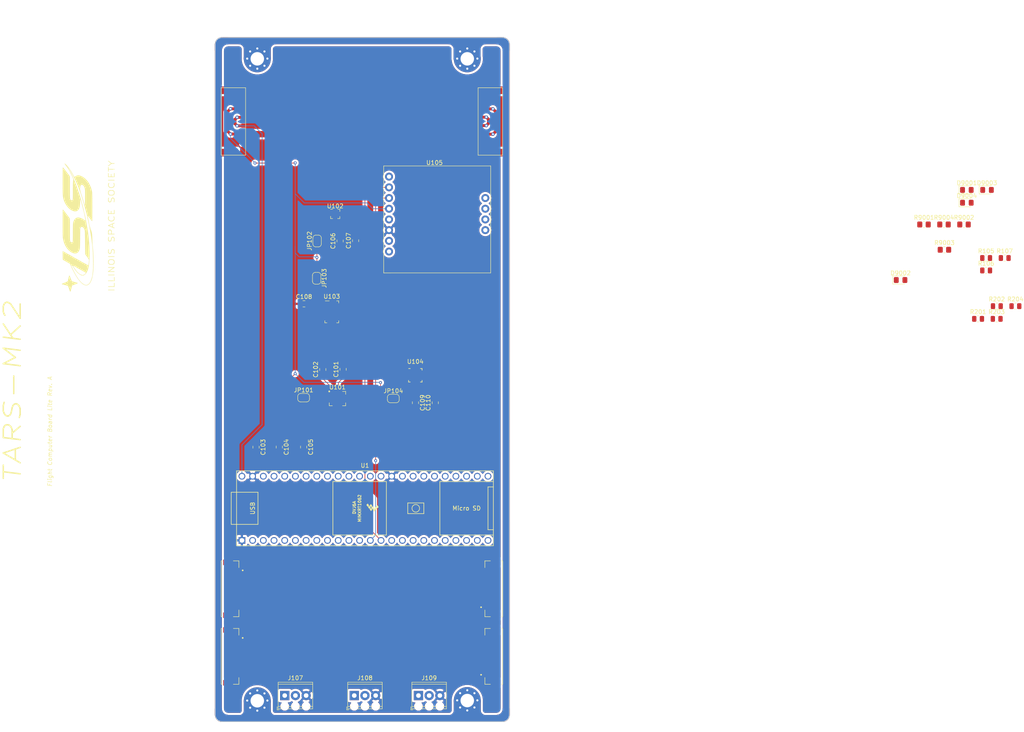
<source format=kicad_pcb>
(kicad_pcb (version 20171130) (host pcbnew 5.1.10)
  (title_block (title "TARS - MK2 Flight Computation Board - Lite") (date 2021-09-25) (rev A))
  (layers (0 F.Cu signal) (31 B.Cu signal) (34 B.Paste user) (35 F.Paste user) (36 B.SilkS user) (37 F.SilkS user) (38 B.Mask user) (39 F.Mask user hide) (44 Edge.Cuts user))
  (net 0 "")
  (net 1 GND)
  (net 2 "Net-(C101-Pad1)")
  (net 3 "Net-(C102-Pad1)")
  (net 4 "Net-(C103-Pad1)")
  (net 5 "Net-(C106-Pad2)")
  (net 6 "Net-(C109-Pad1)")
  (net 7 "Net-(D9001-Pad2)")
  (net 8 "Net-(D9002-Pad2)")
  (net 9 "Net-(D9003-Pad2)")
  (net 10 "Net-(D9004-Pad2)")
  (net 11 /B2B_GPIO1)
  (net 12 /B2B_SPI_CS2)
  (net 13 /B2B_SPI_CS1)
  (net 14 /B2B_SPI_SCK)
  (net 15 /B2B_SPI_MISO)
  (net 16 /B2B_SPI_MOSI)
  (net 17 /9V_PT_SUPPLY)
  (net 18 /B2B_SERVO4)
  (net 19 /B2B_SERVO3)
  (net 20 /B2B_SERVO2)
  (net 21 /B2B_SERVO1)
  (net 22 /B2B_I2C_SCL)
  (net 23 /B2B_I2C_SDA)
  (net 24 /PT1)
  (net 25 /PT2)
  (net 26 /PT3)
  (net 27 /3V3)
  (net 28 "Net-(R9001-Pad1)")
  (net 29 "Net-(R9002-Pad1)")
  (net 30 "Net-(R9003-Pad1)")
  (net 31 "Net-(R9004-Pad1)")
  (net 32 "Net-(U101-Pad13)")
  (net 33 /LMS9_INT2_AG)
  (net 34 /LSM9_INT1_AG)
  (net 35 /LSM9_INT_M)
  (net 36 /LSM9_DRDY_M)
  (net 37 /LSM9_CS_M)
  (net 38 /LSM9_CS_AG)
  (net 39 /SNS_SPI_MISO)
  (net 40 /SNS_SPI_MOSI)
  (net 41 /SNS_SPI_SCK)
  (net 42 "Net-(U102-Pad11)")
  (net 43 /KX122_INT2)
  (net 44 /KX122_INT1)
  (net 45 /KX122_CS)
  (net 46 /MS5611_CS)
  (net 47 "Net-(C108-Pad2)")
  (net 48 /SNS_SPI_SCLK)
  (net 49 /MPU9250_CS)
  (net 50 "Net-(U104-Pad21)")
  (net 51 "Net-(U104-Pad20)")
  (net 52 /MPU9250_INT)
  (net 53 "Net-(U104-Pad10)")
  (net 54 "Net-(U104-Pad7)")
  (net 55 "Net-(U104-Pad1)")
  (net 56 "Net-(U105-Pad12)")
  (net 57 "Net-(U105-Pad11)")
  (net 58 "Net-(U105-Pad10)")
  (net 59 "Net-(U105-Pad9)")
  (net 60 /ZOE_MQ8_BRKT_CS)
  (net 61 "Net-(U1-Pad17)")
  (net 62 "Net-(U1-Pad16)")
  (net 63 "Net-(U1-Pad15)")
  (net 64 "Net-(U1-Pad22)")
  (net 65 "Net-(U1-Pad23)")
  (net 66 "Net-(U1-Pad24)")
  (net 67 "Net-(U1-Pad25)")
  (net 68 "Net-(U1-Pad26)")
  (net 69 "Net-(U1-Pad27)")
  (net 70 "Net-(U1-Pad31)")
  (net 71 "Net-(U1-Pad32)")
  (net 72 "Net-(U1-Pad33)")
  (net 73 "Net-(U1-Pad36)")
  (net 74 "Net-(U1-Pad37)")
  (net 75 "Net-(U1-Pad40)")
  (net 76 "Net-(U1-Pad41)")
  (net 77 "Net-(U1-Pad45)")
  (net 78 "Net-(U1-Pad46)")
  (net 79 /SPI_SNS_MOSI)
  (net 80 /SPI_B2B_MISO)
  (net 81 /SPI_B2B_MOSI)
  (net 82 /5V)
  (module ISS_LOGO:ISS_LOGO_small_drawing (layer F.Cu) (at 199.092 172.6334)
    (fp_text reference G*** hide)
    (fp_text value LOGO hide)
  )
  (module "Molex 6 Circuit 2.00mm:505578-0671" (layer F.Cu) (at 99.17 45.02 270)
    (fp_text reference J104 hide)
    (fp_text value 505578-0671 hide)
    (pad 6 smd rect (at 5 6.3 270) (size 1 3) (layers F.Cu F.Paste F.Mask) (net 1 GND))
    (pad 5 smd rect (at 3 6.3 270) (size 1 3) (layers F.Cu F.Paste F.Mask) (net 27 /3V3))
    (pad 4 smd rect (at 1 6.3 270) (size 1 3) (layers F.Cu F.Paste F.Mask) (net 82 /5V))
    (pad 3 smd rect (at -1 6.3 270) (size 1 3) (layers F.Cu F.Paste F.Mask) (net 82 /5V))
    (pad P2 smd rect (at 7.4 2 270) (size 1.8 4) (layers F.Cu F.Paste F.Mask) (net 1 GND))
    (pad P1 smd rect (at -7.4 2 270) (size 1.8 4) (layers F.Cu F.Paste F.Mask) (net 1 GND))
    (pad 2 smd rect (at -3 6.3 270) (size 1 3) (layers F.Cu F.Paste F.Mask) (net 27 /3V3))
    (pad 1 smd rect (at -5 6.3 270) (size 1 3) (layers F.Cu F.Paste F.Mask) (net 1 GND))
  )
  (module "Molex 6 Circuit 2.00mm:505578-0671" (layer F.Cu) (at 32.37 45.02 90)
    (fp_text reference J103 hide)
    (fp_text value 505578-0671 hide)
    (pad 6 smd rect (at 5 6.3 90) (size 1 3) (layers F.Cu F.Paste F.Mask) (net 1 GND))
    (pad 5 smd rect (at 3 6.3 90) (size 1 3) (layers F.Cu F.Paste F.Mask) (net 27 /3V3))
    (pad 4 smd rect (at 1 6.3 90) (size 1 3) (layers F.Cu F.Paste F.Mask) (net 82 /5V))
    (pad 3 smd rect (at -1 6.3 90) (size 1 3) (layers F.Cu F.Paste F.Mask) (net 82 /5V))
    (pad P2 smd rect (at 7.4 2 90) (size 1.8 4) (layers F.Cu F.Paste F.Mask) (net 1 GND))
    (pad P1 smd rect (at -7.4 2 90) (size 1.8 4) (layers F.Cu F.Paste F.Mask) (net 1 GND))
    (pad 2 smd rect (at -3 6.3 90) (size 1 3) (layers F.Cu F.Paste F.Mask) (net 27 /3V3))
    (pad 1 smd rect (at -5 6.3 90) (size 1 3) (layers F.Cu F.Paste F.Mask) (net 1 GND))
  )
  (module Resistor_SMD:R_0805_2012Metric (layer F.Cu) (at 218.39 77.44)
    (fp_text reference R107 (at 0 -1.65) (layer F.SilkS))
    (fp_text value 150)
    (pad 2 smd roundrect (at 0.9125 0) (size 1.025 1.4) (layers F.Cu F.Paste F.Mask) (roundrect_rratio 0.243902) (net 1 GND))
    (pad 1 smd roundrect (at -0.9125 0) (size 1.025 1.4) (layers F.Cu F.Paste F.Mask) (roundrect_rratio 0.243902) (net 26 /PT3))
  )
  (module Resistor_SMD:R_0805_2012Metric (layer F.Cu) (at 213.98 80.39)
    (fp_text reference R106 (at 0 -1.65) (layer F.SilkS))
    (fp_text value 150)
    (pad 2 smd roundrect (at 0.9125 0) (size 1.025 1.4) (layers F.Cu F.Paste F.Mask) (roundrect_rratio 0.243902) (net 1 GND))
    (pad 1 smd roundrect (at -0.9125 0) (size 1.025 1.4) (layers F.Cu F.Paste F.Mask) (roundrect_rratio 0.243902) (net 25 /PT2))
  )
  (module Resistor_SMD:R_0805_2012Metric (layer F.Cu) (at 213.98 77.44)
    (fp_text reference R105 (at 0 -1.65) (layer F.SilkS))
    (fp_text value 150)
    (pad 2 smd roundrect (at 0.9125 0) (size 1.025 1.4) (layers F.Cu F.Paste F.Mask) (roundrect_rratio 0.243902) (net 1 GND))
    (pad 1 smd roundrect (at -0.9125 0) (size 1.025 1.4) (layers F.Cu F.Paste F.Mask) (roundrect_rratio 0.243902) (net 24 /PT1))
  )
  (module Capacitor_SMD:C_0805_2012Metric (layer F.Cu) (at 64.2865 73.332 90)
    (fp_text reference C107 (at 0 -1.68 90) (layer F.SilkS))
    (fp_text value "100 nF")
    (pad 2 smd roundrect (at 0.95 0 90) (size 1 1.45) (layers F.Cu F.Paste F.Mask) (net 5 "Net-(C106-Pad2)"))
    (pad 1 smd roundrect (at -0.95 0 90) (size 1 1.45) (layers F.Cu F.Paste F.Mask) (net 1 GND))
  )
  (module Capacitor_SMD:C_0805_2012Metric (layer F.Cu) (at 60.6035 73.393 90)
    (fp_text reference C106 (at 0 -1.68 90) (layer F.SilkS))
    (fp_text value "100 nF")
    (pad 2 smd roundrect (at 0.95 0 90) (size 1 1.45) (layers F.Cu F.Paste F.Mask) (net 5 "Net-(C106-Pad2)"))
    (pad 1 smd roundrect (at -0.95 0 90) (size 1 1.45) (layers F.Cu F.Paste F.Mask) (net 1 GND))
  )
  (module Resistor_SMD:R_0805_2012Metric (layer F.Cu) (at 220.93 88.87)
    (fp_text reference R204 (at 0 -1.65) (layer F.SilkS))
    (fp_text value R_US)
    (pad 2 smd roundrect (at 0.9125 0) (size 1.025 1.4) (layers F.Cu F.Paste F.Mask) (roundrect_rratio 0.243902) (net 81 /SPI_B2B_MOSI))
    (pad 1 smd roundrect (at -0.9125 0) (size 1.025 1.4) (layers F.Cu F.Paste F.Mask) (roundrect_rratio 0.243902) (net 27 /3V3))
  )
  (module Resistor_SMD:R_0805_2012Metric (layer F.Cu) (at 216.48 91.88)
    (fp_text reference R203 (at 0 -1.65) (layer F.SilkS))
    (fp_text value R_US)
    (pad 2 smd roundrect (at 0.9125 0) (size 1.025 1.4) (layers F.Cu F.Paste F.Mask) (roundrect_rratio 0.243902) (net 80 /SPI_B2B_MISO))
    (pad 1 smd roundrect (at -0.9125 0) (size 1.025 1.4) (layers F.Cu F.Paste F.Mask) (roundrect_rratio 0.243902) (net 27 /3V3))
  )
  (module Resistor_SMD:R_0805_2012Metric (layer F.Cu) (at 216.52 88.87)
    (fp_text reference R202 (at 0 -1.65) (layer F.SilkS))
    (fp_text value R_US)
    (pad 2 smd roundrect (at 0.9125 0) (size 1.025 1.4) (layers F.Cu F.Paste F.Mask) (roundrect_rratio 0.243902) (net 79 /SPI_SNS_MOSI))
    (pad 1 smd roundrect (at -0.9125 0) (size 1.025 1.4) (layers F.Cu F.Paste F.Mask) (roundrect_rratio 0.243902) (net 27 /3V3))
  )
  (module Resistor_SMD:R_0805_2012Metric (layer F.Cu) (at 212.07 91.88)
    (fp_text reference R201 (at 0 -1.65) (layer F.SilkS))
    (fp_text value R_US)
    (pad 2 smd roundrect (at 0.9125 0) (size 1.025 1.4) (layers F.Cu F.Paste F.Mask) (roundrect_rratio 0.243902) (net 39 /SNS_SPI_MISO))
    (pad 1 smd roundrect (at -0.9125 0) (size 1.025 1.4) (layers F.Cu F.Paste F.Mask) (roundrect_rratio 0.243902) (net 27 /3V3))
  )
  (module Jumper:SolderJumper-2_P1.3mm_Bridged_RoundedPad1.0x1.5mm (layer F.Cu) (at 55.05 82.25 270)
    (fp_text reference JP103 (at 0 -1.8 90) (layer F.SilkS))
    (fp_text value Jumper_NC_Small)
    (fp_poly (pts (xy 0.25 -0.3) (xy -0.25 -0.3) (xy -0.25 0.3) (xy 0.25 0.3)) (layer F.Cu) (width 0))
    (pad 1 smd custom (at -0.65 0 270) (size 1 0.5) (layers F.Cu F.Mask) (net 27 /3V3) (options (clearance outline) (anchor rect)) (primitives (gr_circle (center 0 0.25) (end 0.5 0.25) (width 0)) (gr_circle (center 0 -0.25) (end 0.5 -0.25) (width 0)) (gr_poly (pts (xy 0 -0.75) (xy 0.5 -0.75) (xy 0.5 0.75) (xy 0 0.75)) (width 0))))
    (pad 2 smd custom (at 0.65 0 270) (size 1 0.5) (layers F.Cu F.Mask) (net 47 "Net-(C108-Pad2)") (options (clearance outline) (anchor rect)) (primitives (gr_circle (center 0 0.25) (end 0.5 0.25) (width 0)) (gr_circle (center 0 -0.25) (end 0.5 -0.25) (width 0)) (gr_poly (pts (xy 0 -0.75) (xy -0.5 -0.75) (xy -0.5 0.75) (xy 0 0.75)) (width 0))))
  )
  (module Capacitor_SMD:C_0805_2012Metric (layer F.Cu) (at 52.031 88.318)
    (fp_text reference C108 (at 0 -1.68) (layer F.SilkS))
    (fp_text value "100 nF")
    (pad 2 smd roundrect (at 0.95 0) (size 1 1.45) (layers F.Cu F.Paste F.Mask) (net 47 "Net-(C108-Pad2)"))
    (pad 1 smd roundrect (at -0.95 0) (size 1 1.45) (layers F.Cu F.Paste F.Mask) (net 1 GND))
  )
  (module teensy_library-master:Teensy41_bare (layer F.Cu) (at 66.51 136.86)
    (fp_text reference U1 (at 0 -10.16) (layer F.SilkS))
    (fp_text value Teensy4.1_bare)
    (fp_text user USB (at -26.67 0 270) (layer F.SilkS))
    (fp_text user "Micro SD" (at 24.13 0) (layer F.SilkS))
    (fp_text user MIMXRT1062 (at -1.27 0 270) (layer F.SilkS) (effects (font (size 0.7 0.7))))
    (fp_text user DVJ6A (at -2.54 -0.18 270) (layer F.SilkS) (effects (font (size 0.7 0.7))))
    (pad 17 thru_hole circle (at 11.43 7.62) (size 1.6 1.6) (drill 1.1) (layers *.Cu *.Mask) (net 61 "Net-(U1-Pad17)"))
    (pad 18 thru_hole circle (at 13.97 7.62) (size 1.6 1.6) (drill 1.1) (layers *.Cu *.Mask) (net 16 /B2B_SPI_MOSI))
    (pad 19 thru_hole circle (at 16.51 7.62) (size 1.6 1.6) (drill 1.1) (layers *.Cu *.Mask) (net 14 /B2B_SPI_SCK))
    (pad 20 thru_hole circle (at 19.05 7.62) (size 1.6 1.6) (drill 1.1) (layers *.Cu *.Mask) (net 44 /KX122_INT1))
    (pad 16 thru_hole circle (at 8.89 7.62) (size 1.6 1.6) (drill 1.1) (layers *.Cu *.Mask) (net 62 "Net-(U1-Pad16)"))
    (pad 15 thru_hole circle (at 6.35 7.62) (size 1.6 1.6) (drill 1.1) (layers *.Cu *.Mask) (net 63 "Net-(U1-Pad15)"))
    (pad 14 thru_hole circle (at 3.81 7.62) (size 1.6 1.6) (drill 1.1) (layers *.Cu *.Mask) (net 39 /SNS_SPI_MISO))
    (pad 21 thru_hole circle (at 21.59 7.62) (size 1.6 1.6) (drill 1.1) (layers *.Cu *.Mask) (net 34 /LSM9_INT1_AG))
    (pad 22 thru_hole circle (at 24.13 7.62) (size 1.6 1.6) (drill 1.1) (layers *.Cu *.Mask) (net 64 "Net-(U1-Pad22)"))
    (pad 23 thru_hole circle (at 26.67 7.62) (size 1.6 1.6) (drill 1.1) (layers *.Cu *.Mask) (net 65 "Net-(U1-Pad23)"))
    (pad 24 thru_hole circle (at 29.21 7.62) (size 1.6 1.6) (drill 1.1) (layers *.Cu *.Mask) (net 66 "Net-(U1-Pad24)"))
    (pad 25 thru_hole circle (at 29.21 -7.62) (size 1.6 1.6) (drill 1.1) (layers *.Cu *.Mask) (net 67 "Net-(U1-Pad25)"))
    (pad 26 thru_hole circle (at 26.67 -7.62) (size 1.6 1.6) (drill 1.1) (layers *.Cu *.Mask) (net 68 "Net-(U1-Pad26)"))
    (pad 27 thru_hole circle (at 24.13 -7.62) (size 1.6 1.6) (drill 1.1) (layers *.Cu *.Mask) (net 69 "Net-(U1-Pad27)"))
    (pad 28 thru_hole circle (at 21.59 -7.62) (size 1.6 1.6) (drill 1.1) (layers *.Cu *.Mask) (net 38 /LSM9_CS_AG))
    (pad 29 thru_hole circle (at 19.05 -7.62) (size 1.6 1.6) (drill 1.1) (layers *.Cu *.Mask) (net 37 /LSM9_CS_M))
    (pad 30 thru_hole circle (at 16.51 -7.62) (size 1.6 1.6) (drill 1.1) (layers *.Cu *.Mask) (net 49 /MPU9250_CS))
    (pad 31 thru_hole circle (at 13.97 -7.62) (size 1.6 1.6) (drill 1.1) (layers *.Cu *.Mask) (net 70 "Net-(U1-Pad31)"))
    (pad 32 thru_hole circle (at 11.43 -7.62) (size 1.6 1.6) (drill 1.1) (layers *.Cu *.Mask) (net 71 "Net-(U1-Pad32)"))
    (pad 33 thru_hole circle (at 8.89 -7.62) (size 1.6 1.6) (drill 1.1) (layers *.Cu *.Mask) (net 72 "Net-(U1-Pad33)"))
    (pad 34 thru_hole circle (at 6.35 -7.62) (size 1.6 1.6) (drill 1.1) (layers *.Cu *.Mask) (net 1 GND))
    (pad 13 thru_hole circle (at 1.27 7.62) (size 1.6 1.6) (drill 1.1) (layers *.Cu *.Mask) (net 40 /SNS_SPI_MOSI))
    (pad 12 thru_hole circle (at -1.27 7.62) (size 1.6 1.6) (drill 1.1) (layers *.Cu *.Mask) (net 45 /KX122_CS))
    (pad 11 thru_hole circle (at -3.81 7.62) (size 1.6 1.6) (drill 1.1) (layers *.Cu *.Mask) (net 31 "Net-(R9004-Pad1)"))
    (pad 10 thru_hole circle (at -6.35 7.62) (size 1.6 1.6) (drill 1.1) (layers *.Cu *.Mask) (net 30 "Net-(R9003-Pad1)"))
    (pad 9 thru_hole circle (at -8.89 7.62) (size 1.6 1.6) (drill 1.1) (layers *.Cu *.Mask) (net 29 "Net-(R9002-Pad1)"))
    (pad 8 thru_hole circle (at -11.43 7.62) (size 1.6 1.6) (drill 1.1) (layers *.Cu *.Mask) (net 28 "Net-(R9001-Pad1)"))
    (pad 7 thru_hole circle (at -13.97 7.62) (size 1.6 1.6) (drill 1.1) (layers *.Cu *.Mask) (net 20 /B2B_SERVO2))
    (pad 6 thru_hole circle (at -16.51 7.62) (size 1.6 1.6) (drill 1.1) (layers *.Cu *.Mask) (net 21 /B2B_SERVO1))
    (pad 5 thru_hole circle (at -19.05 7.62) (size 1.6 1.6) (drill 1.1) (layers *.Cu *.Mask) (net 18 /B2B_SERVO4))
    (pad 4 thru_hole circle (at -21.59 7.62) (size 1.6 1.6) (drill 1.1) (layers *.Cu *.Mask) (net 19 /B2B_SERVO3))
    (pad 3 thru_hole circle (at -24.13 7.62) (size 1.6 1.6) (drill 1.1) (layers *.Cu *.Mask) (net 15 /B2B_SPI_MISO))
    (pad 2 thru_hole circle (at -26.67 7.62) (size 1.6 1.6) (drill 1.1) (layers *.Cu *.Mask) (net 13 /B2B_SPI_CS1))
    (pad 1 thru_hole rect (at -29.21 7.62) (size 1.6 1.6) (drill 1.1) (layers *.Cu *.Mask) (net 1 GND))
    (pad 35 thru_hole circle (at 3.81 -7.62) (size 1.6 1.6) (drill 1.1) (layers *.Cu *.Mask) (net 41 /SNS_SPI_SCK))
    (pad 36 thru_hole circle (at 1.27 -7.62) (size 1.6 1.6) (drill 1.1) (layers *.Cu *.Mask) (net 73 "Net-(U1-Pad36)"))
    (pad 37 thru_hole circle (at -1.27 -7.62) (size 1.6 1.6) (drill 1.1) (layers *.Cu *.Mask) (net 74 "Net-(U1-Pad37)"))
    (pad 38 thru_hole circle (at -3.81 -7.62) (size 1.6 1.6) (drill 1.1) (layers *.Cu *.Mask) (net 22 /B2B_I2C_SCL))
    (pad 39 thru_hole circle (at -6.35 -7.62) (size 1.6 1.6) (drill 1.1) (layers *.Cu *.Mask) (net 23 /B2B_I2C_SDA))
    (pad 40 thru_hole circle (at -8.89 -7.62) (size 1.6 1.6) (drill 1.1) (layers *.Cu *.Mask) (net 75 "Net-(U1-Pad40)"))
    (pad 41 thru_hole circle (at -11.43 -7.62) (size 1.6 1.6) (drill 1.1) (layers *.Cu *.Mask) (net 76 "Net-(U1-Pad41)"))
    (pad 42 thru_hole circle (at -13.97 -7.62) (size 1.6 1.6) (drill 1.1) (layers *.Cu *.Mask) (net 24 /PT1))
    (pad 43 thru_hole circle (at -16.51 -7.62) (size 1.6 1.6) (drill 1.1) (layers *.Cu *.Mask) (net 25 /PT2))
    (pad 44 thru_hole circle (at -19.05 -7.62) (size 1.6 1.6) (drill 1.1) (layers *.Cu *.Mask) (net 26 /PT3))
    (pad 45 thru_hole circle (at -21.59 -7.62) (size 1.6 1.6) (drill 1.1) (layers *.Cu *.Mask) (net 77 "Net-(U1-Pad45)"))
    (pad 46 thru_hole circle (at -24.13 -7.62) (size 1.6 1.6) (drill 1.1) (layers *.Cu *.Mask) (net 78 "Net-(U1-Pad46)"))
    (pad 47 thru_hole circle (at -26.67 -7.62) (size 1.6 1.6) (drill 1.1) (layers *.Cu *.Mask) (net 1 GND))
    (pad 48 thru_hole circle (at -29.21 -7.62) (size 1.6 1.6) (drill 1.1) (layers *.Cu *.Mask) (net 82 /5V))
  )
  (module ZOE-M8Q:ZOE-M8QBRKT (layer F.Cu) (at 79.21 54.31)
    (fp_text reference U105 (at 3.81 0.5) (layer F.SilkS))
    (fp_text value ZOE-MQ8-BREAKOUT)
    (pad 12 thru_hole circle (at 15.875 16.51) (size 1.8796 1.8796) (drill 1.016) (layers *.Cu *.Mask) (net 56 "Net-(U105-Pad12)"))
    (pad 11 thru_hole circle (at 15.875 13.97) (size 1.8796 1.8796) (drill 1.016) (layers *.Cu *.Mask) (net 57 "Net-(U105-Pad11)"))
    (pad 10 thru_hole circle (at 15.875 11.43) (size 1.8796 1.8796) (drill 1.016) (layers *.Cu *.Mask) (net 58 "Net-(U105-Pad10)"))
    (pad 9 thru_hole circle (at 15.875 8.89) (size 1.8796 1.8796) (drill 1.016) (layers *.Cu *.Mask) (net 59 "Net-(U105-Pad9)"))
    (pad 8 thru_hole circle (at -6.985 21.5907) (size 1.8796 1.8796) (drill 1.016) (layers *.Cu *.Mask) (net 60 /ZOE_MQ8_BRKT_CS))
    (pad 7 thru_hole circle (at -6.985 19.0506) (size 1.8796 1.8796) (drill 1.016) (layers *.Cu *.Mask) (net 41 /SNS_SPI_SCK))
    (pad 6 thru_hole circle (at -6.985 16.5105) (size 1.8796 1.8796) (drill 1.016) (layers *.Cu *.Mask) (net 1 GND))
    (pad 5 thru_hole circle (at -6.985 13.9704) (size 1.8796 1.8796) (drill 1.016) (layers *.Cu *.Mask))
    (pad 4 thru_hole circle (at -6.985 11.4303) (size 1.8796 1.8796) (drill 1.016) (layers *.Cu *.Mask) (net 27 /3V3))
    (pad 3 thru_hole circle (at -6.985 8.8902) (size 1.8796 1.8796) (drill 1.016) (layers *.Cu *.Mask) (net 40 /SNS_SPI_MOSI))
    (pad 2 thru_hole circle (at -6.985 6.3501) (size 1.8796 1.8796) (drill 1.016) (layers *.Cu *.Mask) (net 39 /SNS_SPI_MISO))
    (pad 1 thru_hole circle (at -6.985 3.81) (size 1.8796 1.8796) (drill 1.016) (layers *.Cu *.Mask))
  )
  (module Sensor_Motion:InvenSense_QFN-24_3x3mm_P0.4mm (layer F.Cu) (at 78.47 105.28)
    (fp_text reference U104 (at 0 -3.25) (layer F.SilkS))
    (fp_text value MPU-9250)
    (pad 24 smd roundrect (at -1 -1.5 90) (size 0.55 0.2) (layers F.Cu F.Paste F.Mask) (net 40 /SNS_SPI_MOSI))
    (pad 23 smd roundrect (at -0.6 -1.5 90) (size 0.55 0.2) (layers F.Cu F.Paste F.Mask) (net 48 /SNS_SPI_SCLK))
    (pad 22 smd roundrect (at -0.2 -1.5 90) (size 0.55 0.2) (layers F.Cu F.Paste F.Mask) (net 49 /MPU9250_CS))
    (pad 21 smd roundrect (at 0.2 -1.5 90) (size 0.55 0.2) (layers F.Cu F.Paste F.Mask) (net 50 "Net-(U104-Pad21)"))
    (pad 20 smd roundrect (at 0.6 -1.5 90) (size 0.55 0.2) (layers F.Cu F.Paste F.Mask) (net 51 "Net-(U104-Pad20)"))
    (pad 19 smd roundrect (at 1 -1.5 90) (size 0.55 0.2) (layers F.Cu F.Paste F.Mask))
    (pad 18 smd roundrect (at 1.5 -1) (size 0.55 0.2) (layers F.Cu F.Paste F.Mask) (net 1 GND))
    (pad 17 smd roundrect (at 1.5 -0.6) (size 0.55 0.2) (layers F.Cu F.Paste F.Mask))
    (pad 16 smd roundrect (at 1.5 -0.2) (size 0.55 0.2) (layers F.Cu F.Paste F.Mask))
    (pad 15 smd roundrect (at 1.5 0.2) (size 0.55 0.2) (layers F.Cu F.Paste F.Mask))
    (pad 14 smd roundrect (at 1.5 0.6) (size 0.55 0.2) (layers F.Cu F.Paste F.Mask))
    (pad 13 smd roundrect (at 1.5 1) (size 0.55 0.2) (layers F.Cu F.Paste F.Mask) (net 6 "Net-(C109-Pad1)"))
    (pad 12 smd roundrect (at 1 1.5 90) (size 0.55 0.2) (layers F.Cu F.Paste F.Mask) (net 52 /MPU9250_INT))
    (pad 11 smd roundrect (at 0.6 1.5 90) (size 0.55 0.2) (layers F.Cu F.Paste F.Mask) (net 1 GND))
    (pad 10 smd roundrect (at 0.2 1.5 90) (size 0.55 0.2) (layers F.Cu F.Paste F.Mask) (net 53 "Net-(U104-Pad10)"))
    (pad 9 smd roundrect (at -0.2 1.5 90) (size 0.55 0.2) (layers F.Cu F.Paste F.Mask) (net 39 /SNS_SPI_MISO))
    (pad 8 smd roundrect (at -0.6 1.5 90) (size 0.55 0.2) (layers F.Cu F.Paste F.Mask) (net 6 "Net-(C109-Pad1)"))
    (pad 7 smd roundrect (at -1 1.5 90) (size 0.55 0.2) (layers F.Cu F.Paste F.Mask) (net 54 "Net-(U104-Pad7)"))
    (pad 6 smd roundrect (at -1.5 1) (size 0.55 0.2) (layers F.Cu F.Paste F.Mask))
    (pad 5 smd roundrect (at -1.5 0.6) (size 0.55 0.2) (layers F.Cu F.Paste F.Mask))
    (pad 4 smd roundrect (at -1.5 0.2) (size 0.55 0.2) (layers F.Cu F.Paste F.Mask))
    (pad 3 smd roundrect (at -1.5 -0.2) (size 0.55 0.2) (layers F.Cu F.Paste F.Mask))
    (pad 2 smd roundrect (at -1.5 -0.6) (size 0.55 0.2) (layers F.Cu F.Paste F.Mask))
    (pad 1 smd roundrect (at -1.5 -1) (size 0.55 0.2) (layers F.Cu F.Paste F.Mask) (net 55 "Net-(U104-Pad1)"))
  )
  (module Package_LGA:LGA-8_3x5mm_P1.25mm (layer F.Cu) (at 58.635 90.223)
    (fp_text reference U103 (at 0 -3.65) (layer F.SilkS))
    (fp_text value MS5611-01BA)
    (pad 5 smd rect (at 1.075 1.875) (size 0.95 0.55) (layers F.Cu F.Paste F.Mask) (net 46 /MS5611_CS))
    (pad 6 smd rect (at 1.075 0.625) (size 0.95 0.55) (layers F.Cu F.Paste F.Mask) (net 39 /SNS_SPI_MISO))
    (pad 7 smd rect (at 1.075 -0.625) (size 0.95 0.55) (layers F.Cu F.Paste F.Mask) (net 40 /SNS_SPI_MOSI))
    (pad 8 smd rect (at 1.075 -1.875) (size 0.95 0.55) (layers F.Cu F.Paste F.Mask) (net 41 /SNS_SPI_SCK))
    (pad 3 smd rect (at -1.075 0.625) (size 0.95 0.55) (layers F.Cu F.Paste F.Mask) (net 1 GND))
    (pad 2 smd rect (at -1.075 -0.625) (size 0.95 0.55) (layers F.Cu F.Paste F.Mask) (net 1 GND))
    (pad 1 smd rect (at -1.075 -1.875) (size 0.95 0.55) (layers F.Cu F.Paste F.Mask) (net 47 "Net-(C108-Pad2)"))
    (pad 4 smd rect (at -1.075 1.875) (size 0.95 0.55) (layers F.Cu F.Paste F.Mask) (net 46 /MS5611_CS))
  )
  (module Package_LGA:LGA-12_2x2mm_P0.5mm (layer F.Cu) (at 59.45 66.97)
    (fp_text reference U102 (at 0 -1.85) (layer F.SilkS))
    (fp_text value KX122-1042)
    (pad 12 smd rect (at -0.25 -0.7625 90) (size 0.375 0.35) (layers F.Cu F.Paste F.Mask) (net 41 /SNS_SPI_SCK))
    (pad 11 smd rect (at 0.25 -0.7625 90) (size 0.375 0.35) (layers F.Cu F.Paste F.Mask) (net 42 "Net-(U102-Pad11)"))
    (pad 6 smd rect (at 0.25 0.7625 90) (size 0.375 0.35) (layers F.Cu F.Paste F.Mask) (net 43 /KX122_INT2))
    (pad 5 smd rect (at -0.25 0.7625 90) (size 0.375 0.35) (layers F.Cu F.Paste F.Mask) (net 44 /KX122_INT1))
    (pad 10 smd rect (at 0.7625 -0.75) (size 0.375 0.35) (layers F.Cu F.Paste F.Mask) (net 45 /KX122_CS))
    (pad 1 smd rect (at -0.7625 -0.75) (size 0.375 0.35) (layers F.Cu F.Paste F.Mask) (net 39 /SNS_SPI_MISO))
    (pad 7 smd rect (at 0.7625 0.75) (size 0.375 0.35) (layers F.Cu F.Paste F.Mask) (net 5 "Net-(C106-Pad2)"))
    (pad 4 smd rect (at -0.7625 0.75) (size 0.375 0.35) (layers F.Cu F.Paste F.Mask) (net 1 GND))
    (pad 8 smd rect (at 0.7625 0.25) (size 0.375 0.35) (layers F.Cu F.Paste F.Mask))
    (pad 9 smd rect (at 0.7625 -0.25) (size 0.375 0.35) (layers F.Cu F.Paste F.Mask) (net 1 GND))
    (pad 3 smd rect (at -0.7625 0.25) (size 0.375 0.35) (layers F.Cu F.Paste F.Mask) (net 5 "Net-(C106-Pad2)"))
    (pad 2 smd rect (at -0.7625 -0.25) (size 0.375 0.35) (layers F.Cu F.Paste F.Mask) (net 40 /SNS_SPI_MOSI))
  )
  (module Package_LGA:LGA-24L_3x3.5mm_P0.43mm (layer F.Cu) (at 59.98 110.81)
    (fp_text reference U101 (at 0 -2.7) (layer F.SilkS))
    (fp_text value LSM9DS1)
    (pad 13 smd rect (at 1.505 1.225) (size 0.23 0.35) (layers F.Cu F.Paste F.Mask) (net 32 "Net-(U101-Pad13)"))
    (pad 12 smd rect (at 1.075 1.225) (size 0.23 0.35) (layers F.Cu F.Paste F.Mask) (net 33 /LMS9_INT2_AG))
    (pad 11 smd rect (at 0.645 1.225) (size 0.23 0.35) (layers F.Cu F.Paste F.Mask) (net 34 /LSM9_INT1_AG))
    (pad 10 smd rect (at 0.215 1.225) (size 0.23 0.35) (layers F.Cu F.Paste F.Mask) (net 35 /LSM9_INT_M))
    (pad 9 smd rect (at -0.215 1.225) (size 0.23 0.35) (layers F.Cu F.Paste F.Mask) (net 36 /LSM9_DRDY_M))
    (pad 8 smd rect (at -0.645 1.225) (size 0.23 0.35) (layers F.Cu F.Paste F.Mask) (net 37 /LSM9_CS_M))
    (pad 7 smd rect (at -1.075 1.225) (size 0.23 0.35) (layers F.Cu F.Paste F.Mask) (net 38 /LSM9_CS_AG))
    (pad 6 smd rect (at -1.505 1.225) (size 0.23 0.35) (layers F.Cu F.Paste F.Mask) (net 39 /SNS_SPI_MISO))
    (pad 18 smd rect (at 1.505 -1.225) (size 0.23 0.35) (layers F.Cu F.Paste F.Mask) (net 1 GND))
    (pad 19 smd rect (at 1.075 -1.225) (size 0.23 0.35) (layers F.Cu F.Paste F.Mask) (net 1 GND))
    (pad 20 smd rect (at 0.645 -1.225) (size 0.23 0.35) (layers F.Cu F.Paste F.Mask) (net 1 GND))
    (pad 21 smd rect (at 0.215 -1.225) (size 0.23 0.35) (layers F.Cu F.Paste F.Mask) (net 2 "Net-(C101-Pad1)"))
    (pad 22 smd rect (at -0.215 -1.225) (size 0.23 0.35) (layers F.Cu F.Paste F.Mask) (net 4 "Net-(C103-Pad1)"))
    (pad 23 smd rect (at -0.645 -1.225) (size 0.23 0.35) (layers F.Cu F.Paste F.Mask) (net 4 "Net-(C103-Pad1)"))
    (pad 24 smd rect (at -1.075 -1.225) (size 0.23 0.35) (layers F.Cu F.Paste F.Mask) (net 3 "Net-(C102-Pad1)"))
    (pad 14 smd rect (at 1.475 0.645) (size 0.35 0.23) (layers F.Cu F.Paste F.Mask) (net 1 GND))
    (pad 5 smd rect (at -1.475 0.645) (size 0.35 0.23) (layers F.Cu F.Paste F.Mask) (net 39 /SNS_SPI_MISO))
    (pad 15 smd rect (at 1.475 0.215) (size 0.35 0.23) (layers F.Cu F.Paste F.Mask) (net 1 GND))
    (pad 4 smd rect (at -1.475 0.215) (size 0.35 0.23) (layers F.Cu F.Paste F.Mask) (net 40 /SNS_SPI_MOSI))
    (pad 16 smd rect (at 1.475 -0.215) (size 0.35 0.23) (layers F.Cu F.Paste F.Mask) (net 1 GND))
    (pad 3 smd rect (at -1.475 -0.215) (size 0.35 0.23) (layers F.Cu F.Paste F.Mask) (net 4 "Net-(C103-Pad1)"))
    (pad 17 smd rect (at 1.475 -0.645) (size 0.35 0.23) (layers F.Cu F.Paste F.Mask) (net 1 GND))
    (pad 2 smd rect (at -1.475 -0.645) (size 0.35 0.23) (layers F.Cu F.Paste F.Mask) (net 41 /SNS_SPI_SCK))
    (pad 1 smd rect (at -1.505 -1.225) (size 0.23 0.35) (layers F.Cu F.Paste F.Mask) (net 4 "Net-(C103-Pad1)"))
  )
  (module Resistor_SMD:R_0805_2012Metric_Pad1.20x1.40mm_HandSolder (layer F.Cu) (at 203.975 69.48)
    (fp_text reference R9004 (at 0 -1.65) (layer F.SilkS))
    (fp_text value 470)
    (pad 2 smd roundrect (at 1 0) (size 1.2 1.4) (layers F.Cu F.Paste F.Mask) (roundrect_rratio 0.208333) (net 10 "Net-(D9004-Pad2)"))
    (pad 1 smd roundrect (at -1 0) (size 1.2 1.4) (layers F.Cu F.Paste F.Mask) (roundrect_rratio 0.208333) (net 31 "Net-(R9004-Pad1)"))
  )
  (module Resistor_SMD:R_0805_2012Metric_Pad1.20x1.40mm_HandSolder (layer F.Cu) (at 204.08 75.48)
    (fp_text reference R9003 (at 0 -1.65) (layer F.SilkS))
    (fp_text value 470)
    (pad 2 smd roundrect (at 1 0) (size 1.2 1.4) (layers F.Cu F.Paste F.Mask) (roundrect_rratio 0.208333) (net 9 "Net-(D9003-Pad2)"))
    (pad 1 smd roundrect (at -1 0) (size 1.2 1.4) (layers F.Cu F.Paste F.Mask) (roundrect_rratio 0.208333) (net 30 "Net-(R9003-Pad1)"))
  )
  (module Resistor_SMD:R_0805_2012Metric_Pad1.20x1.40mm_HandSolder (layer F.Cu) (at 208.725 69.48)
    (fp_text reference R9002 (at 0 -1.65) (layer F.SilkS))
    (fp_text value 470)
    (pad 2 smd roundrect (at 1 0) (size 1.2 1.4) (layers F.Cu F.Paste F.Mask) (roundrect_rratio 0.208333) (net 8 "Net-(D9002-Pad2)"))
    (pad 1 smd roundrect (at -1 0) (size 1.2 1.4) (layers F.Cu F.Paste F.Mask) (roundrect_rratio 0.208333) (net 29 "Net-(R9002-Pad1)"))
  )
  (module Resistor_SMD:R_0805_2012Metric_Pad1.20x1.40mm_HandSolder (layer F.Cu) (at 199.225 69.48)
    (fp_text reference R9001 (at 0 -1.65) (layer F.SilkS))
    (fp_text value 470)
    (pad 2 smd roundrect (at 1 0) (size 1.2 1.4) (layers F.Cu F.Paste F.Mask) (roundrect_rratio 0.208333) (net 7 "Net-(D9001-Pad2)"))
    (pad 1 smd roundrect (at -1 0) (size 1.2 1.4) (layers F.Cu F.Paste F.Mask) (roundrect_rratio 0.208333) (net 28 "Net-(R9001-Pad1)"))
  )
  (module Jumper:SolderJumper-2_P1.3mm_Bridged_RoundedPad1.0x1.5mm (layer F.Cu) (at 73.24 110.797)
    (fp_text reference JP104 (at 0 -1.8) (layer F.SilkS))
    (fp_text value Jumper_NC_Small)
    (fp_poly (pts (xy 0.25 -0.3) (xy -0.25 -0.3) (xy -0.25 0.3) (xy 0.25 0.3)) (layer F.Cu) (width 0))
    (pad 1 smd custom (at -0.65 0) (size 1 0.5) (layers F.Cu F.Mask) (net 27 /3V3) (options (clearance outline) (anchor rect)) (primitives (gr_circle (center 0 0.25) (end 0.5 0.25) (width 0)) (gr_circle (center 0 -0.25) (end 0.5 -0.25) (width 0)) (gr_poly (pts (xy 0 -0.75) (xy 0.5 -0.75) (xy 0.5 0.75) (xy 0 0.75)) (width 0))))
    (pad 2 smd custom (at 0.65 0) (size 1 0.5) (layers F.Cu F.Mask) (net 6 "Net-(C109-Pad1)") (options (clearance outline) (anchor rect)) (primitives (gr_circle (center 0 0.25) (end 0.5 0.25) (width 0)) (gr_circle (center 0 -0.25) (end 0.5 -0.25) (width 0)) (gr_poly (pts (xy 0 -0.75) (xy -0.5 -0.75) (xy -0.5 0.75) (xy 0 0.75)) (width 0))))
  )
  (module Jumper:SolderJumper-2_P1.3mm_Bridged_RoundedPad1.0x1.5mm (layer F.Cu) (at 55.15 73.4 90)
    (fp_text reference JP102 (at 0 -1.8 90) (layer F.SilkS))
    (fp_text value Jumper_NC_Small)
    (fp_poly (pts (xy 0.25 -0.3) (xy -0.25 -0.3) (xy -0.25 0.3) (xy 0.25 0.3)) (layer F.Cu) (width 0))
    (pad 1 smd custom (at -0.65 0 90) (size 1 0.5) (layers F.Cu F.Mask) (net 27 /3V3) (options (clearance outline) (anchor rect)) (primitives (gr_circle (center 0 0.25) (end 0.5 0.25) (width 0)) (gr_circle (center 0 -0.25) (end 0.5 -0.25) (width 0)) (gr_poly (pts (xy 0 -0.75) (xy 0.5 -0.75) (xy 0.5 0.75) (xy 0 0.75)) (width 0))))
    (pad 2 smd custom (at 0.65 0 90) (size 1 0.5) (layers F.Cu F.Mask) (net 5 "Net-(C106-Pad2)") (options (clearance outline) (anchor rect)) (primitives (gr_circle (center 0 0.25) (end 0.5 0.25) (width 0)) (gr_circle (center 0 -0.25) (end 0.5 -0.25) (width 0)) (gr_poly (pts (xy 0 -0.75) (xy -0.5 -0.75) (xy -0.5 0.75) (xy 0 0.75)) (width 0))))
  )
  (module Jumper:SolderJumper-2_P1.3mm_Bridged_RoundedPad1.0x1.5mm (layer F.Cu) (at 51.95 110.6)
    (fp_text reference JP101 (at 0 -1.8) (layer F.SilkS))
    (fp_text value Jumper_NC_Small)
    (fp_poly (pts (xy 0.25 -0.3) (xy -0.25 -0.3) (xy -0.25 0.3) (xy 0.25 0.3)) (layer F.Cu) (width 0))
    (pad 1 smd custom (at -0.65 0) (size 1 0.5) (layers F.Cu F.Mask) (net 27 /3V3) (options (clearance outline) (anchor rect)) (primitives (gr_circle (center 0 0.25) (end 0.5 0.25) (width 0)) (gr_circle (center 0 -0.25) (end 0.5 -0.25) (width 0)) (gr_poly (pts (xy 0 -0.75) (xy 0.5 -0.75) (xy 0.5 0.75) (xy 0 0.75)) (width 0))))
    (pad 2 smd custom (at 0.65 0) (size 1 0.5) (layers F.Cu F.Mask) (net 4 "Net-(C103-Pad1)") (options (clearance outline) (anchor rect)) (primitives (gr_circle (center 0 0.25) (end 0.5 0.25) (width 0)) (gr_circle (center 0 -0.25) (end 0.5 -0.25) (width 0)) (gr_poly (pts (xy 0 -0.75) (xy -0.5 -0.75) (xy -0.5 0.75) (xy 0 0.75)) (width 0))))
  )
  (module TerminalBlock_Phoenix:TerminalBlock_Phoenix_MPT-0,5-3-2.54_1x03_P2.54mm_Horizontal (layer F.Cu) (at 79.21 181.31)
    (fp_text reference J109 (at 2.54 -4.16) (layer F.SilkS))
    (fp_text value PT3)
    (pad "" np_thru_hole circle (at 5.08 2.54) (size 1.1 1.1) (drill 1.1) (layers *.Cu *.Mask))
    (pad 3 thru_hole circle (at 5.08 0) (size 2.2 2.2) (drill 1.1) (layers *.Cu *.Mask) (net 1 GND))
    (pad "" np_thru_hole circle (at 2.54 2.54) (size 1.1 1.1) (drill 1.1) (layers *.Cu *.Mask))
    (pad 2 thru_hole circle (at 2.54 0) (size 2.2 2.2) (drill 1.1) (layers *.Cu *.Mask) (net 26 /PT3))
    (pad "" np_thru_hole circle (at 0 2.54) (size 1.1 1.1) (drill 1.1) (layers *.Cu *.Mask))
    (pad 1 thru_hole rect (at 0 0) (size 2.2 2.2) (drill 1.1) (layers *.Cu *.Mask) (net 17 /9V_PT_SUPPLY))
  )
  (module TerminalBlock_Phoenix:TerminalBlock_Phoenix_MPT-0,5-3-2.54_1x03_P2.54mm_Horizontal (layer F.Cu) (at 63.97 181.31)
    (fp_text reference J108 (at 2.54 -4.16) (layer F.SilkS))
    (fp_text value PT2)
    (pad "" np_thru_hole circle (at 5.08 2.54) (size 1.1 1.1) (drill 1.1) (layers *.Cu *.Mask))
    (pad 3 thru_hole circle (at 5.08 0) (size 2.2 2.2) (drill 1.1) (layers *.Cu *.Mask) (net 1 GND))
    (pad "" np_thru_hole circle (at 2.54 2.54) (size 1.1 1.1) (drill 1.1) (layers *.Cu *.Mask))
    (pad 2 thru_hole circle (at 2.54 0) (size 2.2 2.2) (drill 1.1) (layers *.Cu *.Mask) (net 25 /PT2))
    (pad "" np_thru_hole circle (at 0 2.54) (size 1.1 1.1) (drill 1.1) (layers *.Cu *.Mask))
    (pad 1 thru_hole rect (at 0 0) (size 2.2 2.2) (drill 1.1) (layers *.Cu *.Mask) (net 17 /9V_PT_SUPPLY))
  )
  (module TerminalBlock_Phoenix:TerminalBlock_Phoenix_MPT-0,5-3-2.54_1x03_P2.54mm_Horizontal (layer F.Cu) (at 47.46 181.31)
    (fp_text reference J107 (at 2.54 -4.16) (layer F.SilkS))
    (fp_text value PT1)
    (pad "" np_thru_hole circle (at 5.08 2.54) (size 1.1 1.1) (drill 1.1) (layers *.Cu *.Mask))
    (pad 3 thru_hole circle (at 5.08 0) (size 2.2 2.2) (drill 1.1) (layers *.Cu *.Mask) (net 1 GND))
    (pad "" np_thru_hole circle (at 2.54 2.54) (size 1.1 1.1) (drill 1.1) (layers *.Cu *.Mask))
    (pad 2 thru_hole circle (at 2.54 0) (size 2.2 2.2) (drill 1.1) (layers *.Cu *.Mask) (net 24 /PT1))
    (pad "" np_thru_hole circle (at 0 2.54) (size 1.1 1.1) (drill 1.1) (layers *.Cu *.Mask))
    (pad 1 thru_hole rect (at 0 0) (size 2.2 2.2) (drill 1.1) (layers *.Cu *.Mask) (net 17 /9V_PT_SUPPLY))
  )
  (module "Molex 8 Circuit 1.25mm:MOLEX_505567-0871" (layer F.Cu) (at 97.08 172.01 90)
    (fp_text reference J106 hide)
    (fp_text value 505567-0871 hide)
    (pad P2 smd rect (at -6.275 0.545 90) (size 1.3 2.15) (layers F.Cu F.Paste F.Mask) (net 1 GND))
    (pad P1 smd rect (at 6.275 0.545 90) (size 1.3 2.15) (layers F.Cu F.Paste F.Mask) (net 1 GND))
    (pad 8 smd rect (at 4.375 -1.75 90) (size 0.8 1.2) (layers F.Cu F.Paste F.Mask) (net 23 /B2B_I2C_SDA))
    (pad 7 smd rect (at 3.125 -1.75 90) (size 0.8 1.2) (layers F.Cu F.Paste F.Mask) (net 22 /B2B_I2C_SCL))
    (pad 6 smd rect (at 1.875 -1.75 90) (size 0.8 1.2) (layers F.Cu F.Paste F.Mask) (net 21 /B2B_SERVO1))
    (pad 5 smd rect (at 0.625 -1.75 90) (size 0.8 1.2) (layers F.Cu F.Paste F.Mask) (net 20 /B2B_SERVO2))
    (pad 4 smd rect (at -0.625 -1.75 90) (size 0.8 1.2) (layers F.Cu F.Paste F.Mask) (net 19 /B2B_SERVO3))
    (pad 3 smd rect (at -1.875 -1.75 90) (size 0.8 1.2) (layers F.Cu F.Paste F.Mask) (net 18 /B2B_SERVO4))
    (pad 2 smd rect (at -3.125 -1.75 90) (size 0.8 1.2) (layers F.Cu F.Paste F.Mask) (net 1 GND))
    (pad 1 smd rect (at -4.375 -1.75 90) (size 0.8 1.2) (layers F.Cu F.Paste F.Mask) (net 17 /9V_PT_SUPPLY))
  )
  (module "Molex 8 Circuit 1.25mm:MOLEX_505567-0871" (layer F.Cu) (at 97.08 155.97 90)
    (fp_text reference J105 hide)
    (fp_text value 505567-0871 hide)
    (pad P2 smd rect (at -6.275 0.545 90) (size 1.3 2.15) (layers F.Cu F.Paste F.Mask) (net 1 GND))
    (pad P1 smd rect (at 6.275 0.545 90) (size 1.3 2.15) (layers F.Cu F.Paste F.Mask) (net 1 GND))
    (pad 8 smd rect (at 4.375 -1.75 90) (size 0.8 1.2) (layers F.Cu F.Paste F.Mask) (net 1 GND))
    (pad 7 smd rect (at 3.125 -1.75 90) (size 0.8 1.2) (layers F.Cu F.Paste F.Mask) (net 16 /B2B_SPI_MOSI))
    (pad 6 smd rect (at 1.875 -1.75 90) (size 0.8 1.2) (layers F.Cu F.Paste F.Mask) (net 15 /B2B_SPI_MISO))
    (pad 5 smd rect (at 0.625 -1.75 90) (size 0.8 1.2) (layers F.Cu F.Paste F.Mask) (net 14 /B2B_SPI_SCK))
    (pad 4 smd rect (at -0.625 -1.75 90) (size 0.8 1.2) (layers F.Cu F.Paste F.Mask) (net 13 /B2B_SPI_CS1))
    (pad 3 smd rect (at -1.875 -1.75 90) (size 0.8 1.2) (layers F.Cu F.Paste F.Mask) (net 12 /B2B_SPI_CS2))
    (pad 2 smd rect (at -3.125 -1.75 90) (size 0.8 1.2) (layers F.Cu F.Paste F.Mask) (net 11 /B2B_GPIO1))
    (pad 1 smd rect (at -4.375 -1.75 90) (size 0.8 1.2) (layers F.Cu F.Paste F.Mask) (net 1 GND))
  )
  (module "Molex 8 Circuit 1.25mm:MOLEX_505567-0871" (layer F.Cu) (at 34.48 172.01 270)
    (fp_text reference J102 hide)
    (fp_text value 505567-0871 hide)
    (pad P2 smd rect (at -6.275 0.545 270) (size 1.3 2.15) (layers F.Cu F.Paste F.Mask) (net 1 GND))
    (pad P1 smd rect (at 6.275 0.545 270) (size 1.3 2.15) (layers F.Cu F.Paste F.Mask) (net 1 GND))
    (pad 8 smd rect (at 4.375 -1.75 270) (size 0.8 1.2) (layers F.Cu F.Paste F.Mask) (net 17 /9V_PT_SUPPLY))
    (pad 7 smd rect (at 3.125 -1.75 270) (size 0.8 1.2) (layers F.Cu F.Paste F.Mask) (net 1 GND))
    (pad 6 smd rect (at 1.875 -1.75 270) (size 0.8 1.2) (layers F.Cu F.Paste F.Mask) (net 18 /B2B_SERVO4))
    (pad 5 smd rect (at 0.625 -1.75 270) (size 0.8 1.2) (layers F.Cu F.Paste F.Mask) (net 19 /B2B_SERVO3))
    (pad 4 smd rect (at -0.625 -1.75 270) (size 0.8 1.2) (layers F.Cu F.Paste F.Mask) (net 20 /B2B_SERVO2))
    (pad 3 smd rect (at -1.875 -1.75 270) (size 0.8 1.2) (layers F.Cu F.Paste F.Mask) (net 21 /B2B_SERVO1))
    (pad 2 smd rect (at -3.125 -1.75 270) (size 0.8 1.2) (layers F.Cu F.Paste F.Mask) (net 22 /B2B_I2C_SCL))
    (pad 1 smd rect (at -4.375 -1.75 270) (size 0.8 1.2) (layers F.Cu F.Paste F.Mask) (net 23 /B2B_I2C_SDA))
  )
  (module "Molex 8 Circuit 1.25mm:MOLEX_505567-0871" (layer F.Cu) (at 34.48 155.97 270)
    (fp_text reference J101 hide)
    (fp_text value 505567-0871 hide)
    (pad P2 smd rect (at -6.275 0.545 270) (size 1.3 2.15) (layers F.Cu F.Paste F.Mask) (net 1 GND))
    (pad P1 smd rect (at 6.275 0.545 270) (size 1.3 2.15) (layers F.Cu F.Paste F.Mask) (net 1 GND))
    (pad 8 smd rect (at 4.375 -1.75 270) (size 0.8 1.2) (layers F.Cu F.Paste F.Mask) (net 1 GND))
    (pad 7 smd rect (at 3.125 -1.75 270) (size 0.8 1.2) (layers F.Cu F.Paste F.Mask) (net 11 /B2B_GPIO1))
    (pad 6 smd rect (at 1.875 -1.75 270) (size 0.8 1.2) (layers F.Cu F.Paste F.Mask) (net 12 /B2B_SPI_CS2))
    (pad 5 smd rect (at 0.625 -1.75 270) (size 0.8 1.2) (layers F.Cu F.Paste F.Mask) (net 13 /B2B_SPI_CS1))
    (pad 4 smd rect (at -0.625 -1.75 270) (size 0.8 1.2) (layers F.Cu F.Paste F.Mask) (net 14 /B2B_SPI_SCK))
    (pad 3 smd rect (at -1.875 -1.75 270) (size 0.8 1.2) (layers F.Cu F.Paste F.Mask) (net 15 /B2B_SPI_MISO))
    (pad 2 smd rect (at -3.125 -1.75 270) (size 0.8 1.2) (layers F.Cu F.Paste F.Mask) (net 16 /B2B_SPI_MOSI))
    (pad 1 smd rect (at -4.375 -1.75 270) (size 0.8 1.2) (layers F.Cu F.Paste F.Mask) (net 1 GND))
  )
  (module LED_SMD:LED_0805_2012Metric_Pad1.15x1.40mm_HandSolder (layer F.Cu) (at 209.4 64.315)
    (fp_text reference D9004 (at 0 -1.65) (layer F.SilkS))
    (fp_text value LED)
    (pad 2 smd roundrect (at 1.025 0) (size 1.15 1.4) (layers F.Cu F.Paste F.Mask) (roundrect_rratio 0.217391) (net 10 "Net-(D9004-Pad2)"))
    (pad 1 smd roundrect (at -1.025 0) (size 1.15 1.4) (layers F.Cu F.Paste F.Mask) (roundrect_rratio 0.217391) (net 1 GND))
  )
  (module LED_SMD:LED_0805_2012Metric_Pad1.15x1.40mm_HandSolder (layer F.Cu) (at 214.19 61.275)
    (fp_text reference D9003 (at 0 -1.65) (layer F.SilkS))
    (fp_text value LED)
    (pad 2 smd roundrect (at 1.025 0) (size 1.15 1.4) (layers F.Cu F.Paste F.Mask) (roundrect_rratio 0.217391) (net 9 "Net-(D9003-Pad2)"))
    (pad 1 smd roundrect (at -1.025 0) (size 1.15 1.4) (layers F.Cu F.Paste F.Mask) (roundrect_rratio 0.217391) (net 1 GND))
  )
  (module LED_SMD:LED_0805_2012Metric_Pad1.15x1.40mm_HandSolder (layer F.Cu) (at 193.67 82.665)
    (fp_text reference D9002 (at 0 -1.65) (layer F.SilkS))
    (fp_text value LED)
    (pad 2 smd roundrect (at 1.025 0) (size 1.15 1.4) (layers F.Cu F.Paste F.Mask) (roundrect_rratio 0.217391) (net 8 "Net-(D9002-Pad2)"))
    (pad 1 smd roundrect (at -1.025 0) (size 1.15 1.4) (layers F.Cu F.Paste F.Mask) (roundrect_rratio 0.217391) (net 1 GND))
  )
  (module LED_SMD:LED_0805_2012Metric_Pad1.15x1.40mm_HandSolder (layer F.Cu) (at 209.4 61.275)
    (fp_text reference D9001 (at 0 -1.65) (layer F.SilkS))
    (fp_text value LED)
    (pad 2 smd roundrect (at 1.025 0) (size 1.15 1.4) (layers F.Cu F.Paste F.Mask) (roundrect_rratio 0.217391) (net 7 "Net-(D9001-Pad2)"))
    (pad 1 smd roundrect (at -1.025 0) (size 1.15 1.4) (layers F.Cu F.Paste F.Mask) (roundrect_rratio 0.217391) (net 1 GND))
  )
  (module Capacitor_SMD:C_0805_2012Metric (layer F.Cu) (at 83.2 111.8 90)
    (fp_text reference C110 (at 0 -1.68 90) (layer F.SilkS))
    (fp_text value "100 nF")
    (pad 2 smd roundrect (at 0.95 0 90) (size 1 1.45) (layers F.Cu F.Paste F.Mask) (net 6 "Net-(C109-Pad1)"))
    (pad 1 smd roundrect (at -0.95 0 90) (size 1 1.45) (layers F.Cu F.Paste F.Mask) (net 1 GND))
  )
  (module Capacitor_SMD:C_0805_2012Metric (layer F.Cu) (at 78.5 111.8 270)
    (fp_text reference C109 (at 0 -1.68 90) (layer F.SilkS))
    (fp_text value "100 nF")
    (pad 2 smd roundrect (at 0.95 0 270) (size 1 1.45) (layers F.Cu F.Paste F.Mask) (net 1 GND))
    (pad 1 smd roundrect (at -0.95 0 270) (size 1 1.45) (layers F.Cu F.Paste F.Mask) (net 6 "Net-(C109-Pad1)"))
  )
  (module Capacitor_SMD:C_0805_2012Metric (layer F.Cu) (at 51.95 122.32 270)
    (fp_text reference C105 (at 0 -1.68 90) (layer F.SilkS))
    (fp_text value "10 uF")
    (pad 2 smd roundrect (at 0.95 0 270) (size 1 1.45) (layers F.Cu F.Paste F.Mask) (net 1 GND))
    (pad 1 smd roundrect (at -0.95 0 270) (size 1 1.45) (layers F.Cu F.Paste F.Mask) (net 4 "Net-(C103-Pad1)"))
  )
  (module Capacitor_SMD:C_0805_2012Metric (layer F.Cu) (at 46.17 122.32 270)
    (fp_text reference C104 (at 0 -1.68 90) (layer F.SilkS))
    (fp_text value "100 nF")
    (pad 2 smd roundrect (at 0.95 0 270) (size 1 1.45) (layers F.Cu F.Paste F.Mask) (net 1 GND))
    (pad 1 smd roundrect (at -0.95 0 270) (size 1 1.45) (layers F.Cu F.Paste F.Mask) (net 4 "Net-(C103-Pad1)"))
  )
  (module Capacitor_SMD:C_0805_2012Metric (layer F.Cu) (at 40.65 122.34 270)
    (fp_text reference C103 (at 0 -1.68 90) (layer F.SilkS))
    (fp_text value "100 nF")
    (pad 2 smd roundrect (at 0.95 0 270) (size 1 1.45) (layers F.Cu F.Paste F.Mask) (net 1 GND))
    (pad 1 smd roundrect (at -0.95 0 270) (size 1 1.45) (layers F.Cu F.Paste F.Mask) (net 4 "Net-(C103-Pad1)"))
  )
  (module Capacitor_SMD:C_0805_2012Metric (layer F.Cu) (at 56.5 103.91 90)
    (fp_text reference C102 (at 0 -1.68 90) (layer F.SilkS))
    (fp_text value "100 nF")
    (pad 2 smd roundrect (at 0.95 0 90) (size 1 1.45) (layers F.Cu F.Paste F.Mask) (net 1 GND))
    (pad 1 smd roundrect (at -0.95 0 90) (size 1 1.45) (layers F.Cu F.Paste F.Mask) (net 3 "Net-(C102-Pad1)"))
  )
  (module Capacitor_SMD:C_0805_2012Metric (layer F.Cu) (at 61.32 103.86 90)
    (fp_text reference C101 (at 0 -1.68 90) (layer F.SilkS))
    (fp_text value "10 nF")
    (pad 2 smd roundrect (at 0.95 0 90) (size 1 1.45) (layers F.Cu F.Paste F.Mask) (net 1 GND))
    (pad 1 smd roundrect (at -0.95 0 90) (size 1 1.45) (layers F.Cu F.Paste F.Mask) (net 2 "Net-(C101-Pad1)"))
  )
  (module ISS_LOGO:ISS_LOGOV2_smaller (layer F.Cu) (at -1.27 69.85 90)
    (fp_text reference G*** hide)
    (fp_text value LOGO hide)
  )
  (module MountingHole:MountingHole_3.2mm_M3_Pad_Via (layer F.Cu) (at 40.95 30.1)
    (fp_text reference REF** hide)
    (fp_text value MountingHole_3.2mm_M3_Pad_Via hide)
    (pad 1 thru_hole circle (at 1.697056 -1.697056) (size 0.8 0.8) (drill 0.5) (layers *.Cu *.Mask))
    (pad 1 thru_hole circle (at 0 -2.4) (size 0.8 0.8) (drill 0.5) (layers *.Cu *.Mask))
    (pad 1 thru_hole circle (at -1.697056 -1.697056) (size 0.8 0.8) (drill 0.5) (layers *.Cu *.Mask))
    (pad 1 thru_hole circle (at -2.4 0) (size 0.8 0.8) (drill 0.5) (layers *.Cu *.Mask))
    (pad 1 thru_hole circle (at -1.697056 1.697056) (size 0.8 0.8) (drill 0.5) (layers *.Cu *.Mask))
    (pad 1 thru_hole circle (at 0 2.4) (size 0.8 0.8) (drill 0.5) (layers *.Cu *.Mask))
    (pad 1 thru_hole circle (at 1.697056 1.697056) (size 0.8 0.8) (drill 0.5) (layers *.Cu *.Mask))
    (pad 1 thru_hole circle (at 2.4 0) (size 0.8 0.8) (drill 0.5) (layers *.Cu *.Mask))
    (pad "" thru_hole circle (at 0 0.0508) (size 6.4 6.4) (drill 3.2) (layers *.Cu *.Mask))
  )
  (module MountingHole:MountingHole_3.2mm_M3_Pad_Via (layer F.Cu) (at 90.8 30.1)
    (fp_text reference REF** hide)
    (fp_text value MountingHole_3.2mm_M3_Pad_Via hide)
    (pad 1 thru_hole circle (at 1.697056 -1.697056) (size 0.8 0.8) (drill 0.5) (layers *.Cu *.Mask))
    (pad 1 thru_hole circle (at 0 -2.4) (size 0.8 0.8) (drill 0.5) (layers *.Cu *.Mask))
    (pad 1 thru_hole circle (at -1.697056 -1.697056) (size 0.8 0.8) (drill 0.5) (layers *.Cu *.Mask))
    (pad 1 thru_hole circle (at -2.4 0) (size 0.8 0.8) (drill 0.5) (layers *.Cu *.Mask))
    (pad 1 thru_hole circle (at -1.697056 1.697056) (size 0.8 0.8) (drill 0.5) (layers *.Cu *.Mask))
    (pad 1 thru_hole circle (at 0 2.4) (size 0.8 0.8) (drill 0.5) (layers *.Cu *.Mask))
    (pad 1 thru_hole circle (at 1.697056 1.697056) (size 0.8 0.8) (drill 0.5) (layers *.Cu *.Mask))
    (pad 1 thru_hole circle (at 2.4 0) (size 0.8 0.8) (drill 0.5) (layers *.Cu *.Mask))
    (pad "" thru_hole circle (at 0 0.0508) (size 6.4 6.4) (drill 3.2) (layers *.Cu *.Mask))
  )
  (module MountingHole:MountingHole_3.2mm_M3_Pad_Via (layer F.Cu) (at 40.95 182.5)
    (fp_text reference REF** hide)
    (fp_text value MountingHole_3.2mm_M3_Pad_Via hide)
    (pad 1 thru_hole circle (at 1.697056 -1.697056) (size 0.8 0.8) (drill 0.5) (layers *.Cu *.Mask))
    (pad 1 thru_hole circle (at 0 -2.4) (size 0.8 0.8) (drill 0.5) (layers *.Cu *.Mask))
    (pad 1 thru_hole circle (at -1.697056 -1.697056) (size 0.8 0.8) (drill 0.5) (layers *.Cu *.Mask))
    (pad 1 thru_hole circle (at -2.4 0) (size 0.8 0.8) (drill 0.5) (layers *.Cu *.Mask))
    (pad 1 thru_hole circle (at -1.697056 1.697056) (size 0.8 0.8) (drill 0.5) (layers *.Cu *.Mask))
    (pad 1 thru_hole circle (at 0 2.4) (size 0.8 0.8) (drill 0.5) (layers *.Cu *.Mask))
    (pad 1 thru_hole circle (at 1.697056 1.697056) (size 0.8 0.8) (drill 0.5) (layers *.Cu *.Mask))
    (pad 1 thru_hole circle (at 2.4 0) (size 0.8 0.8) (drill 0.5) (layers *.Cu *.Mask))
    (pad "" thru_hole circle (at 0 0.0508) (size 6.4 6.4) (drill 3.2) (layers *.Cu *.Mask))
  )
  (module MountingHole:MountingHole_3.2mm_M3_Pad_Via (layer F.Cu) (at 90.8 182.4492)
    (fp_text reference REF** hide)
    (fp_text value MountingHole_3.2mm_M3_Pad_Via hide)
    (pad 1 thru_hole circle (at 1.697056 -1.697056) (size 0.8 0.8) (drill 0.5) (layers *.Cu *.Mask))
    (pad 1 thru_hole circle (at 0 -2.4) (size 0.8 0.8) (drill 0.5) (layers *.Cu *.Mask))
    (pad 1 thru_hole circle (at -1.697056 -1.697056) (size 0.8 0.8) (drill 0.5) (layers *.Cu *.Mask))
    (pad 1 thru_hole circle (at -2.4 0) (size 0.8 0.8) (drill 0.5) (layers *.Cu *.Mask))
    (pad 1 thru_hole circle (at -1.697056 1.697056) (size 0.8 0.8) (drill 0.5) (layers *.Cu *.Mask))
    (pad 1 thru_hole circle (at 0 2.4) (size 0.8 0.8) (drill 0.5) (layers *.Cu *.Mask))
    (pad 1 thru_hole circle (at 1.697056 1.697056) (size 0.8 0.8) (drill 0.5) (layers *.Cu *.Mask))
    (pad 1 thru_hole circle (at 2.4 0) (size 0.8 0.8) (drill 0.5) (layers *.Cu *.Mask))
    (pad "" thru_hole circle (at 0 0.0508) (size 6.4 6.4) (drill 3.2) (layers *.Cu *.Mask))
  )
  (gr_poly (pts (xy 99.3 36.2) (xy 99.85 36.2) (xy 99.85 54) (xy 99.3 54) (xy 99.3 185.9) (xy 100.8 185.9) (xy 100.8 26.7) (xy 99.3 26.7)) (layer F.Cu) (width 0.15))
  (gr_arc (start 99.2 185.9) (end 99.2 187.500001) (angle -90) (layer Edge.Cuts) (width 0.15))
  (gr_line (start 99.2 187.5) (end 32.55 187.5) (layer Edge.Cuts) (width 0.15))
  (gr_arc (start 32.55 26.7) (end 32.55 25.1) (angle -90) (layer F.Cu) (width 0.15))
  (gr_arc (start 99.2 26.7) (end 99.2 25.1) (angle 90) (layer F.Cu) (width 0.15))
  (gr_arc (start 32.55 185.9) (end 30.95 185.9) (angle -90) (layer Edge.Cuts) (width 0.15))
  (gr_line (start 32.55 25.1) (end 99.2 25.1) (layer Edge.Cuts) (width 0.15))
  (gr_line (start 30.95 185.9) (end 30.95 26.7) (layer Edge.Cuts) (width 0.15))
  (gr_poly (pts (xy 33.95 26.6) (xy 33.45 26.7) (xy 33.05 26.9) (xy 32.75 27.2) (xy 32.55 27.6) (xy 32.45 28.2) (xy 30.95 28.2) (xy 30.95 26.7) (xy 31.05 26.3) (xy 31.25 25.9) (xy 31.55 25.5) (xy 32.15 25.2) (xy 32.55 25.1) (xy 33.95 25.1)) (layer F.Cu) (width 0.15))
  (gr_arc (start 32.55 26.7) (end 32.55 25.1) (angle -90) (layer Edge.Cuts) (width 0.15))
  (gr_arc (start 99.2 26.7) (end 100.8 26.7) (angle -90) (layer Edge.Cuts) (width 0.15))
  (gr_poly (pts (xy 32.45 184.5) (xy 32.55 185) (xy 32.75 185.4) (xy 33.05 185.7) (xy 33.45 185.9) (xy 34.05 186) (xy 34.05 187.5) (xy 32.55 187.5) (xy 32.15 187.4) (xy 31.75 187.2) (xy 31.35 186.9) (xy 31.05 186.3) (xy 30.95 185.9) (xy 30.95 184.5)) (layer F.Cu) (width 0.15))
  (gr_arc (start 34.05 184.4) (end 32.45 184.4) (angle -90) (layer F.Cu) (width 0.15))
  (gr_arc (start 32.55 185.9) (end 30.95 185.9) (angle -90) (layer F.Cu) (width 0.15))
  (gr_poly (pts (xy 97.8 26.6) (xy 98.3 26.7) (xy 98.7 26.9) (xy 99 27.2) (xy 99.2 27.6) (xy 99.3 28.2) (xy 100.8 28.2) (xy 100.8 26.7) (xy 100.7 26.3) (xy 100.5 25.9) (xy 100.2 25.5) (xy 99.6 25.2) (xy 99.2 25.1) (xy 97.8 25.1)) (layer F.Cu) (width 0.1))
  (gr_arc (start 97.7 28.2) (end 97.7 26.6) (angle 90) (layer F.Cu) (width 0.15))
  (gr_arc (start 34.05 28.2) (end 34.05 26.6) (angle -90) (layer F.Cu) (width 0.15))
  (gr_poly (pts (xy 99.25 26.6) (xy 32.55 26.6) (xy 32.55 25.1) (xy 99.25 25.1)) (layer F.Cu) (width 0.15))
  (gr_poly (pts (xy 32.45 36.2) (xy 31.9 36.2) (xy 31.9 54) (xy 32.45 54) (xy 32.45 185.9) (xy 30.95 185.9) (xy 30.95 26.7) (xy 32.45 26.7)) (layer F.Cu) (width 0.15))
  (gr_line (start 100.8 26.7) (end 100.8 185.9) (layer Edge.Cuts) (width 0.15))
  (gr_text "ILLINOIS SPACE SOCIETY" (at 6.35 69.85 90) (layer F.SilkS) (effects (font (size 1.4 1.7) (thickness 0.14))))
  (gr_text "Flight Computer Board Lite Rev. A" (at -8.29 118.64 90) (layer F.SilkS) (effects (font (size 1 1) (thickness 0.13) italic)))
  (gr_text TARS-MK2 (at -17.18 109.01 90) (layer F.SilkS) (effects (font (size 4 5.5) (thickness 0.35) italic)))
  (gr_poly (pts (xy 44.05 185.4) (xy 44.05 182.5) (xy 37.85 182.5) (xy 37.85 185.4) (xy 36.95 186.4) (xy 45.05 186.5)) (layer B.Cu) (width 0.2))
  (gr_arc (start 45.45 184.7) (end 45.45 186.2) (angle 90) (layer B.Cu) (width 0.3))
  (gr_arc (start 95.3 184.6492) (end 95.3 186.1492) (angle 90) (layer B.Cu) (width 0.3))
  (gr_poly (pts (xy 93.9 185.3492) (xy 93.9 182.4492) (xy 87.7 182.4492) (xy 87.7 185.3492) (xy 86.8 186.3492) (xy 94.9 186.4492)) (layer B.Cu) (width 0.2))
  (gr_arc (start 36.45 184.7) (end 37.95 184.7) (angle 90) (layer B.Cu) (width 0.3))
  (gr_arc (start 86.25 28) (end 86.25 26.5) (angle 90) (layer B.Cu) (width 0.3))
  (gr_arc (start 86.3 184.6492) (end 87.8 184.6492) (angle 90) (layer B.Cu) (width 0.3))
  (gr_arc (start 36.45 28) (end 37.95 28) (angle -90) (layer F.Cu) (width 0.3))
  (gr_arc (start 95.25 28) (end 93.75 28) (angle 90) (layer B.Cu) (width 0.3))
  (gr_arc (start 36.45 184.7) (end 36.45 186.2) (angle -90) (layer F.Cu) (width 0.3))
  (gr_arc (start 45.45 28) (end 45.45 26.5) (angle -90) (layer F.Cu) (width 0.3))
  (gr_arc (start 86.25 28) (end 87.75 28) (angle -90) (layer F.Cu) (width 0.3))
  (gr_poly (pts (xy 99.25 25.1) (xy 34.05 25.1) (xy 34.05 26.6) (xy 99.25 26.6)) (layer B.Cu) (width 0.15))
  (gr_poly (pts (xy 44.05 27.3) (xy 44.05 30.2) (xy 37.85 30.2) (xy 37.85 27.3) (xy 36.95 26.3) (xy 45.05 26.2)) (layer F.Cu) (width 0.2))
  (gr_poly (pts (xy 87.65 27.3) (xy 87.65 30.2) (xy 93.85 30.2) (xy 93.85 27.3) (xy 94.75 26.3) (xy 86.65 26.2)) (layer B.Cu) (width 0.2))
  (gr_arc (start 36.45 28) (end 36.45 26.5) (angle 90) (layer B.Cu) (width 0.3))
  (gr_arc (start 45.45 28) (end 43.95 28) (angle 90) (layer B.Cu) (width 0.3))
  (gr_poly (pts (xy 37.85 27.3) (xy 37.85 30.2) (xy 44.05 30.2) (xy 44.05 27.3) (xy 44.95 26.3) (xy 36.85 26.2)) (layer B.Cu) (width 0.2))
  (gr_poly (pts (xy 87.7 185.3492) (xy 87.7 182.4492) (xy 93.9 182.4492) (xy 93.9 185.3492) (xy 94.8 186.3492) (xy 86.7 186.4492)) (layer F.Cu) (width 0.2))
  (gr_arc (start 45.45 184.7) (end 43.95 184.7) (angle -90) (layer F.Cu) (width 0.3))
  (gr_poly (pts (xy 93.85 27.3) (xy 93.85 30.2) (xy 87.65 30.2) (xy 87.65 27.3) (xy 86.75 26.3) (xy 94.85 26.2)) (layer F.Cu) (width 0.2))
  (gr_poly (pts (xy 37.85 185.4) (xy 37.85 182.5) (xy 44.05 182.5) (xy 44.05 185.4) (xy 44.95 186.4) (xy 36.85 186.5)) (layer F.Cu) (width 0.2))
  (gr_arc (start 86.3 184.6492) (end 86.3 186.1492) (angle -90) (layer F.Cu) (width 0.3))
  (gr_arc (start 95.3 184.6492) (end 93.8 184.6492) (angle -90) (layer F.Cu) (width 0.3))
  (gr_arc (start 34.05 28.2) (end 32.45 28.2) (angle 90) (layer B.Cu) (width 0.15))
  (gr_arc (start 95.25 28) (end 95.25 26.5) (angle -90) (layer F.Cu) (width 0.3))
  (gr_poly (pts (xy 32.45 28.1) (xy 32.55 27.6) (xy 32.75 27.2) (xy 33.05 26.9) (xy 33.45 26.7) (xy 34.05 26.6) (xy 34.05 25.1) (xy 32.55 25.1) (xy 32.15 25.2) (xy 31.75 25.4) (xy 31.35 25.7) (xy 31.05 26.3) (xy 30.95 26.7) (xy 30.95 28.1)) (layer B.Cu) (width 0.15))
  (gr_poly (pts (xy 97.8 186) (xy 98.3 185.9) (xy 98.7 185.7) (xy 99 185.4) (xy 99.2 185) (xy 99.3 184.4) (xy 100.8 184.4) (xy 100.8 185.9) (xy 100.7 186.3) (xy 100.5 186.7) (xy 100.2 187.1) (xy 99.6 187.4) (xy 99.2 187.5) (xy 97.8 187.5)) (layer B.Cu) (width 0.1))
  (gr_arc (start 99.2 26.7) (end 99.2 25.1) (angle 90) (layer B.Cu) (width 0.15))
  (gr_poly (pts (xy 99.25 186) (xy 32.55 186) (xy 32.55 187.5) (xy 99.25 187.5)) (layer B.Cu) (width 0.15))
  (gr_arc (start 99.2 185.9) (end 99.2 187.5) (angle -90) (layer B.Cu) (width 0.15))
  (gr_poly (pts (xy 33.95 186) (xy 33.45 185.9) (xy 33.05 185.7) (xy 32.75 185.4) (xy 32.55 185) (xy 32.45 184.4) (xy 30.95 184.4) (xy 30.95 185.9) (xy 31.05 186.3) (xy 31.25 186.7) (xy 31.55 187.1) (xy 32.15 187.4) (xy 32.55 187.5) (xy 33.95 187.5)) (layer B.Cu) (width 0.15))
  (gr_poly (pts (xy 32.45 26.7) (xy 30.95 26.7) (xy 30.95 185.9) (xy 32.45 185.9)) (layer B.Cu) (width 0.15))
  (gr_arc (start 32.55 26.7) (end 30.95 26.7) (angle 90) (layer B.Cu) (width 0.15))
  (gr_arc (start 97.7 184.4) (end 97.7 186) (angle -90) (layer B.Cu) (width 0.15))
  (gr_poly (pts (xy 97.8 26.6) (xy 98.3 26.7) (xy 98.7 26.9) (xy 99 27.2) (xy 99.2 27.6) (xy 99.3 28.2) (xy 100.8 28.2) (xy 100.8 26.7) (xy 100.7 26.3) (xy 100.5 25.9) (xy 100.2 25.5) (xy 99.6 25.2) (xy 99.2 25.1) (xy 97.8 25.1)) (layer B.Cu) (width 0.15))
  (gr_poly (pts (xy 100.7724 26.7) (xy 99.2724 26.7) (xy 99.3 185.9) (xy 100.8 185.9)) (layer B.Cu) (width 0.15))
  (gr_poly (pts (xy 97.8 186) (xy 98.3 185.9) (xy 98.7 185.7) (xy 99 185.4) (xy 99.2 185) (xy 99.3 184.4) (xy 100.8 184.4) (xy 100.8 185.9) (xy 100.7 186.3) (xy 100.5 186.7) (xy 100.2 187.1) (xy 99.6 187.4) (xy 99.2 187.5) (xy 97.8 187.5)) (layer F.Cu) (width 0.15))
  (gr_arc (start 97.7 28.2) (end 97.7 26.6) (angle 90) (layer B.Cu) (width 0.15))
  (gr_arc (start 99.2 185.9) (end 99.2 187.5) (angle -90) (layer F.Cu) (width 0.15))
  (gr_poly (pts (xy 99.25 187.5) (xy 34.05 187.5) (xy 34.05 186) (xy 99.25 186)) (layer F.Cu) (width 0.15))
  (gr_arc (start 34.05 184.4) (end 34.05 186) (angle 90) (layer B.Cu) (width 0.15))
  (gr_arc (start 97.7 184.4) (end 97.7 186) (angle -90) (layer F.Cu) (width 0.15))
  (gr_arc (start 32.55 185.9) (end 32.55 187.5) (angle 90) (layer B.Cu) (width 0.15))
  (segment (start 38.67 50.02) (end 41.22 50.02) (width 1) (layer F.Cu) (net 1))
  (segment (start 38.67 40.02) (end 41.73 40.02) (width 1) (layer F.Cu) (net 1))
  (segment (start 92.87 40.02) (end 92.87 38.31) (width 1) (layer F.Cu) (net 1))
  (segment (start 92.87 40.02) (end 90.4 40.02) (width 1) (layer F.Cu) (net 1))
  (segment (start 92.87 50.02) (end 92.87 51.57) (width 1) (layer F.Cu) (net 1))
  (segment (start 38.67 50.02) (end 38.67 51.54) (width 1) (layer F.Cu) (net 1))
  (segment (start 38.67 40.02) (end 38.67 38.37) (width 1) (layer F.Cu) (net 1))
  (segment (start 92.87 50.02) (end 90.28 50.02) (width 1) (layer F.Cu) (net 1))
  (segment (start 79.07 106.78) (end 79.07 107.97) (width 0.1524) (layer F.Cu) (net 1))
  (segment (start 79.97 104.28) (end 81.97 104.28) (width 0.1524) (layer F.Cu) (net 1))
  (segment (start 60.625 109.585) (end 61.055 109.585) (width 0.1524) (layer F.Cu) (net 1))
  (segment (start 61.055 109.585) (end 61.485 109.585) (width 0.1524) (layer F.Cu) (net 1))
  (segment (start 61.485 110.135) (end 61.455 110.165) (width 0.1524) (layer F.Cu) (net 1))
  (segment (start 61.485 109.585) (end 61.485 110.135) (width 0.1524) (layer F.Cu) (net 1))
  (segment (start 61.455 110.165) (end 61.455 110.595) (width 0.1524) (layer F.Cu) (net 1))
  (segment (start 61.455 110.595) (end 61.455 111.025) (width 0.1524) (layer F.Cu) (net 1))
  (segment (start 61.455 111.025) (end 61.455 111.455) (width 0.1524) (layer F.Cu) (net 1))
  (segment (start 61.455 110.165) (end 62.823 110.165) (width 0.1524) (layer F.Cu) (net 1))
  (segment (start 61.32 104.81) (end 61.32 105.91) (width 0.1524) (layer F.Cu) (net 2))
  (segment (start 60.195 107.035) (end 60.195 109.585) (width 0.1524) (layer F.Cu) (net 2))
  (segment (start 61.32 105.91) (end 60.195 107.035) (width 0.1524) (layer F.Cu) (net 2))
  (segment (start 56.5 106.08) (end 56.5 104.86) (width 0.1524) (layer F.Cu) (net 3))
  (segment (start 58.905 108.485) (end 56.5 106.08) (width 0.1524) (layer F.Cu) (net 3))
  (segment (start 58.905 109.585) (end 58.905 108.485) (width 0.1524) (layer F.Cu) (net 3))
  (segment (start 46.15 121.39) (end 46.17 121.37) (width 0.1524) (layer F.Cu) (net 4))
  (segment (start 40.65 121.39) (end 46.15 121.39) (width 0.1524) (layer F.Cu) (net 4))
  (segment (start 51.79 121.37) (end 51.87 121.29) (width 0.1524) (layer F.Cu) (net 4))
  (segment (start 46.17 121.37) (end 51.79 121.37) (width 0.1524) (layer F.Cu) (net 4))
  (segment (start 52.6 110.6) (end 54.53 110.6) (width 0.1524) (layer F.Cu) (net 4))
  (segment (start 58.5 110.6) (end 58.505 110.595) (width 0.1524) (layer F.Cu) (net 4))
  (segment (start 54.53 110.6) (end 55.67 110.6) (width 0.1524) (layer F.Cu) (net 4))
  (segment (start 55.67 110.6) (end 57.48 110.6) (width 0.1524) (layer F.Cu) (net 4))
  (segment (start 57.48 110.6) (end 58.5 110.6) (width 0.1524) (layer F.Cu) (net 4))
  (segment (start 53.43 121.37) (end 51.95 121.37) (width 0.1524) (layer F.Cu) (net 4))
  (segment (start 55.25 119.55) (end 53.43 121.37) (width 0.1524) (layer F.Cu) (net 4))
  (segment (start 55.25 112.91) (end 55.25 119.55) (width 0.1524) (layer F.Cu) (net 4))
  (segment (start 57.48 110.68) (end 55.25 112.91) (width 0.1524) (layer F.Cu) (net 4))
  (segment (start 57.48 110.6) (end 57.48 110.68) (width 0.1524) (layer F.Cu) (net 4))
  (segment (start 58.6675 67.2) (end 58.6875 67.22) (width 0.1524) (layer F.Cu) (net 5))
  (segment (start 56.746 67.22) (end 58.6875 67.22) (width 0.1524) (layer F.Cu) (net 5))
  (segment (start 55.15 68.816) (end 56.746 67.22) (width 0.1524) (layer F.Cu) (net 5))
  (segment (start 55.15 70.736) (end 58.437 70.736) (width 0.1524) (layer F.Cu) (net 5))
  (segment (start 55.15 72.75) (end 55.15 70.736) (width 0.1524) (layer F.Cu) (net 5))
  (segment (start 55.15 70.736) (end 55.15 68.816) (width 0.1524) (layer F.Cu) (net 5))
  (segment (start 60.2125 68.9605) (end 60.2125 67.72) (width 0.1524) (layer F.Cu) (net 5))
  (segment (start 58.437 70.736) (end 60.2125 68.9605) (width 0.1524) (layer F.Cu) (net 5))
  (segment (start 60.6645 72.382) (end 60.6035 72.443) (width 0.1524) (layer F.Cu) (net 5))
  (segment (start 64.2865 72.382) (end 60.6645 72.382) (width 0.1524) (layer F.Cu) (net 5))
  (segment (start 60.6035 72.443) (end 59.27 72.443) (width 0.1524) (layer F.Cu) (net 5))
  (segment (start 58.437 71.61) (end 58.437 70.736) (width 0.1524) (layer F.Cu) (net 5))
  (segment (start 59.27 72.443) (end 58.437 71.61) (width 0.1524) (layer F.Cu) (net 5))
  (segment (start 78.5 110.85) (end 78.5 108.9) (width 0.1524) (layer F.Cu) (net 6))
  (segment (start 77.87 108.27) (end 77.87 106.78) (width 0.1524) (layer F.Cu) (net 6))
  (segment (start 78.5 108.9) (end 77.87 108.27) (width 0.1524) (layer F.Cu) (net 6))
  (segment (start 83.2 107.4) (end 83.2 110.85) (width 0.1524) (layer F.Cu) (net 6))
  (segment (start 82.08 106.28) (end 83.2 107.4) (width 0.1524) (layer F.Cu) (net 6))
  (segment (start 79.97 106.28) (end 82.08 106.28) (width 0.1524) (layer F.Cu) (net 6))
  (segment (start 83.2 110.85) (end 78.5 110.85) (width 0.1524) (layer F.Cu) (net 6))
  (segment (start 78.447 110.797) (end 78.5 110.85) (width 0.1524) (layer F.Cu) (net 6))
  (segment (start 73.89 110.797) (end 78.447 110.797) (width 0.1524) (layer F.Cu) (net 6))
  (segment (start 97.74 42.89) (end 96.89 42.04) (width 0.7) (layer F.Cu) (net 27))
  (segment (start 92.84 42.04) (end 96.89 42.04) (width 0.7) (layer F.Cu) (net 27))
  (segment (start 96.89 48.04) (end 97.74 47.19) (width 0.7) (layer F.Cu) (net 27))
  (segment (start 97.74 47.19) (end 97.74 42.89) (width 0.7) (layer F.Cu) (net 27))
  (via (at 96.89 42.04) (size 0.8) (drill 0.4) (layers F.Cu B.Cu) (net 27))
  (via (at 96.89 48.04) (size 0.8) (drill 0.4) (layers F.Cu B.Cu) (net 27))
  (segment (start 92.84 48.04) (end 96.89 48.04) (width 0.7) (layer F.Cu) (net 27))
  (via (at 34.58 48.01) (size 0.8) (drill 0.4) (layers F.Cu B.Cu) (net 27))
  (segment (start 38.63 48.01) (end 34.58 48.01) (width 0.7) (layer F.Cu) (net 27))
  (via (at 34.58 42.01) (size 0.8) (drill 0.4) (layers F.Cu B.Cu) (net 27))
  (segment (start 38.63 42.01) (end 34.58 42.01) (width 0.7) (layer F.Cu) (net 27))
  (segment (start 33.73 47.16) (end 34.58 48.01) (width 0.7) (layer F.Cu) (net 27))
  (segment (start 33.73 42.86) (end 33.73 47.16) (width 0.7) (layer F.Cu) (net 27))
  (segment (start 34.58 42.01) (end 33.73 42.86) (width 0.7) (layer F.Cu) (net 27))
  (segment (start 91.374 48.02) (end 91.362 48.032) (width 1.5) (layer F.Cu) (net 27))
  (segment (start 92.87 48.02) (end 91.374 48.02) (width 1.5) (layer F.Cu) (net 27))
  (segment (start 38.652 48.032) (end 91.362 48.032) (width 1.5) (layer F.Cu) (net 27))
  (segment (start 91.374 42.02) (end 91.362 42.032) (width 1.5) (layer F.Cu) (net 27))
  (segment (start 38.652 42.032) (end 91.362 42.032) (width 1.5) (layer F.Cu) (net 27))
  (segment (start 92.87 42.02) (end 91.374 42.02) (width 1.5) (layer F.Cu) (net 27))
  (segment (start 34.58 48.01) (end 34.58 49.03) (width 0.1524) (layer B.Cu) (net 27))
  (via (at 40.4 54.9) (size 0.6858) (drill 0.3302) (layers F.Cu B.Cu) (net 27))
  (segment (start 40.4 54.85) (end 40.4 54.9) (width 0.1524) (layer B.Cu) (net 27))
  (segment (start 34.58 49.03) (end 40.4 54.85) (width 0.1524) (layer B.Cu) (net 27))
  (via (at 49.95 54.85) (size 0.6858) (drill 0.3302) (layers F.Cu B.Cu) (net 27))
  (segment (start 40.4 54.9) (end 49.9 54.9) (width 0.1524) (layer F.Cu) (net 27))
  (segment (start 49.9 54.9) (end 49.95 54.85) (width 0.1524) (layer F.Cu) (net 27))
  (segment (start 49.95 104.8) (end 49.95 104.9) (width 0.1524) (layer B.Cu) (net 27))
  (segment (start 49.95 104.9) (end 49.95 104.9) (width 0.1524) (layer B.Cu) (net 27))
  (via (at 70.2 107) (size 0.6858) (drill 0.3302) (layers F.Cu B.Cu) (net 27))
  (segment (start 70.15 106.95) (end 70.2 107) (width 0.1524) (layer B.Cu) (net 27))
  (segment (start 52 106.95) (end 70.15 106.95) (width 0.1524) (layer B.Cu) (net 27))
  (segment (start 49.95 104.9) (end 52 106.95) (width 0.1524) (layer B.Cu) (net 27))
  (via (at 49.95 104.9) (size 0.6858) (drill 0.3302) (layers F.Cu B.Cu) (net 27))
  (segment (start 49.95 74.7) (end 49.95 104.8) (width 0.1524) (layer B.Cu) (net 27))
  (via (at 55.1 77.3) (size 0.6858) (drill 0.3302) (layers F.Cu B.Cu) (net 27))
  (segment (start 55.1 74.1) (end 55.15 74.05) (width 0.1524) (layer F.Cu) (net 27))
  (segment (start 55.1 77.3) (end 55.1 74.1) (width 0.1524) (layer F.Cu) (net 27))
  (segment (start 55.1 81.55) (end 55.05 81.6) (width 0.1524) (layer F.Cu) (net 27))
  (segment (start 55.1 77.3) (end 55.1 81.55) (width 0.1524) (layer F.Cu) (net 27))
  (segment (start 55.05 77.3) (end 55.1 77.3) (width 0.1524) (layer B.Cu) (net 27))
  (segment (start 54.9 77.15) (end 55.05 77.3) (width 0.1524) (layer B.Cu) (net 27))
  (segment (start 50.85 77.15) (end 54.9 77.15) (width 0.1524) (layer B.Cu) (net 27))
  (segment (start 49.95 76.25) (end 50.85 77.15) (width 0.1524) (layer B.Cu) (net 27))
  (segment (start 49.95 74.7) (end 49.95 76.25) (width 0.1524) (layer B.Cu) (net 27))
  (segment (start 49.95 64.4) (end 49.95 74.7) (width 0.1524) (layer B.Cu) (net 27))
  (segment (start 68.3903 65.7403) (end 72.225 65.7403) (width 0.1524) (layer B.Cu) (net 27))
  (segment (start 67 64.35) (end 68.3903 65.7403) (width 0.1524) (layer B.Cu) (net 27))
  (segment (start 52.1 64.35) (end 49.95 62.2) (width 0.1524) (layer B.Cu) (net 27))
  (segment (start 67 64.35) (end 52.1 64.35) (width 0.1524) (layer B.Cu) (net 27))
  (segment (start 49.95 62.2) (end 49.95 64.35) (width 0.1524) (layer B.Cu) (net 27))
  (segment (start 49.95 54.85) (end 49.95 62.2) (width 0.1524) (layer B.Cu) (net 27))
  (segment (start 48.602 109.654) (end 49.548 110.6) (width 0.1524) (layer F.Cu) (net 27))
  (segment (start 48.602 106.248) (end 48.602 109.654) (width 0.1524) (layer F.Cu) (net 27))
  (segment (start 49.548 110.6) (end 51.3 110.6) (width 0.1524) (layer F.Cu) (net 27))
  (segment (start 49.95 104.9) (end 48.602 106.248) (width 0.1524) (layer F.Cu) (net 27))
  (segment (start 72.59 110.797) (end 71.462 110.797) (width 0.1524) (layer F.Cu) (net 27))
  (segment (start 70.2 109.535) (end 70.2 107) (width 0.1524) (layer F.Cu) (net 27))
  (segment (start 71.462 110.797) (end 70.2 109.535) (width 0.1524) (layer F.Cu) (net 27))
  (segment (start 70.3101 60.6601) (end 72.225 60.6601) (width 0.1524) (layer F.Cu) (net 39))
  (segment (start 66.5 140.66) (end 66.5 63.1) (width 0.1524) (layer F.Cu) (net 39))
  (segment (start 68.9399 60.6601) (end 70.3101 60.6601) (width 0.1524) (layer F.Cu) (net 39))
  (segment (start 66.5 63.1) (end 68.9399 60.6601) (width 0.1524) (layer F.Cu) (net 39))
  (segment (start 70.32 144.48) (end 66.5 140.66) (width 0.1524) (layer F.Cu) (net 39))
  (segment (start 67.78 144.48) (end 69.05 143.21) (width 0.1524) (layer B.Cu) (net 40))
  (segment (start 69.05 143.21) (end 69.05 128.98767) (width 0.1524) (layer B.Cu) (net 40))
  (segment (start 69.05 128.98767) (end 69.05 127.1) (width 0.1524) (layer B.Cu) (net 40))
  (segment (start 69.05 127.1) (end 69.05 125.55) (width 0.1524) (layer B.Cu) (net 40))
  (segment (start 69.05 125.55) (end 69.05 125.55) (width 0.1524) (layer B.Cu) (net 40))
  (via (at 69.05 125.55) (size 0.6858) (drill 0.3302) (layers F.Cu B.Cu) (net 40))
  (segment (start 70.2998 63.2002) (end 72.225 63.2002) (width 0.1524) (layer F.Cu) (net 40))
  (segment (start 69.05 64.45) (end 70.2998 63.2002) (width 0.1524) (layer F.Cu) (net 40))
  (segment (start 69.05 125.55) (end 69.05 64.45) (width 0.1524) (layer F.Cu) (net 40))
  (segment (start 57.53 88.318) (end 57.56 88.348) (width 0.1524) (layer F.Cu) (net 47))
  (segment (start 55.05 87.4) (end 55.968 88.318) (width 0.1524) (layer F.Cu) (net 47))
  (segment (start 55.05 82.9) (end 55.05 87.4) (width 0.1524) (layer F.Cu) (net 47))
  (segment (start 55.968 88.318) (end 57.53 88.318) (width 0.1524) (layer F.Cu) (net 47))
  (segment (start 52.981 88.318) (end 55.968 88.318) (width 0.1524) (layer F.Cu) (net 47))
  (segment (start 95.82 44.5) (end 95.82 45.5) (width 0.7) (layer F.Cu) (net 82))
  (segment (start 95.82 45.5) (end 95.32 46) (width 0.7) (layer F.Cu) (net 82))
  (segment (start 95.32 46) (end 92.82 46) (width 0.7) (layer F.Cu) (net 82))
  (segment (start 95.32 44) (end 95.82 44.5) (width 0.7) (layer F.Cu) (net 82))
  (via (at 95.32 44) (size 0.8) (drill 0.4) (layers F.Cu B.Cu) (net 82))
  (segment (start 92.82 44) (end 95.32 44) (width 0.7) (layer F.Cu) (net 82))
  (via (at 95.32 46) (size 0.8) (drill 0.4) (layers F.Cu B.Cu) (net 82))
  (via (at 36.15 44.05) (size 0.8) (drill 0.4) (layers F.Cu B.Cu) (net 82))
  (segment (start 36.15 44.05) (end 38.65 44.05) (width 0.7) (layer F.Cu) (net 82))
  (via (at 36.15 46.05) (size 0.8) (drill 0.4) (layers F.Cu B.Cu) (net 82))
  (segment (start 38.65 46.05) (end 36.15 46.05) (width 0.7) (layer F.Cu) (net 82))
  (segment (start 35.65 44.55) (end 36.15 44.05) (width 0.7) (layer F.Cu) (net 82))
  (segment (start 35.65 45.55) (end 35.65 44.55) (width 0.7) (layer F.Cu) (net 82))
  (segment (start 36.15 46.05) (end 35.65 45.55) (width 0.7) (layer F.Cu) (net 82))
  (segment (start 91.374 46.02) (end 91.362 46.032) (width 1.5) (layer F.Cu) (net 82))
  (segment (start 38.652 46.032) (end 91.362 46.032) (width 1.5) (layer F.Cu) (net 82))
  (segment (start 92.87 46.02) (end 91.374 46.02) (width 1.5) (layer F.Cu) (net 82))
  (segment (start 92.87 44.02) (end 91.374 44.02) (width 1.5) (layer F.Cu) (net 82))
  (segment (start 91.374 44.02) (end 91.362 44.032) (width 1.5) (layer F.Cu) (net 82))
  (segment (start 38.652 44.032) (end 91.362 44.032) (width 1.5) (layer F.Cu) (net 82))
  (segment (start 37.3 121.8) (end 37.3 129.24) (width 0.1524) (layer B.Cu) (net 82))
  (segment (start 42.1 117) (end 37.3 121.8) (width 0.1524) (layer B.Cu) (net 82))
  (segment (start 42.1 47.95) (end 42.1 117) (width 0.1524) (layer B.Cu) (net 82))
  (segment (start 40.2 46.05) (end 42.1 47.95) (width 0.1524) (layer B.Cu) (net 82))
  (segment (start 36.15 46.05) (end 40.2 46.05) (width 0.1524) (layer B.Cu) (net 82))
  (zone (net 1) (net_name GND) (layer B.Cu) (connect_pads (clearance 0.508)) (min_thickness 0.254) (fill yes (arc_segments 32) (thermal_gap 0.508) (thermal_bridge_width 0.508))
    (polygon (pts (xy 102.95 190.01) (xy 29.08 189.97) (xy 29.11 23.87) (xy 102.75 23.85)))
  )
  (zone (net 1) (net_name GND) (layer F.Cu) (connect_pads (clearance 0.508)) (min_thickness 0.254) (fill yes (arc_segments 32) (thermal_gap 0.508) (thermal_bridge_width 0.508))
    (polygon (pts (xy 101.93 189.18) (xy 29.96 189.18) (xy 30.01 24.47) (xy 102.19 24.47)))
  )
)
</source>
